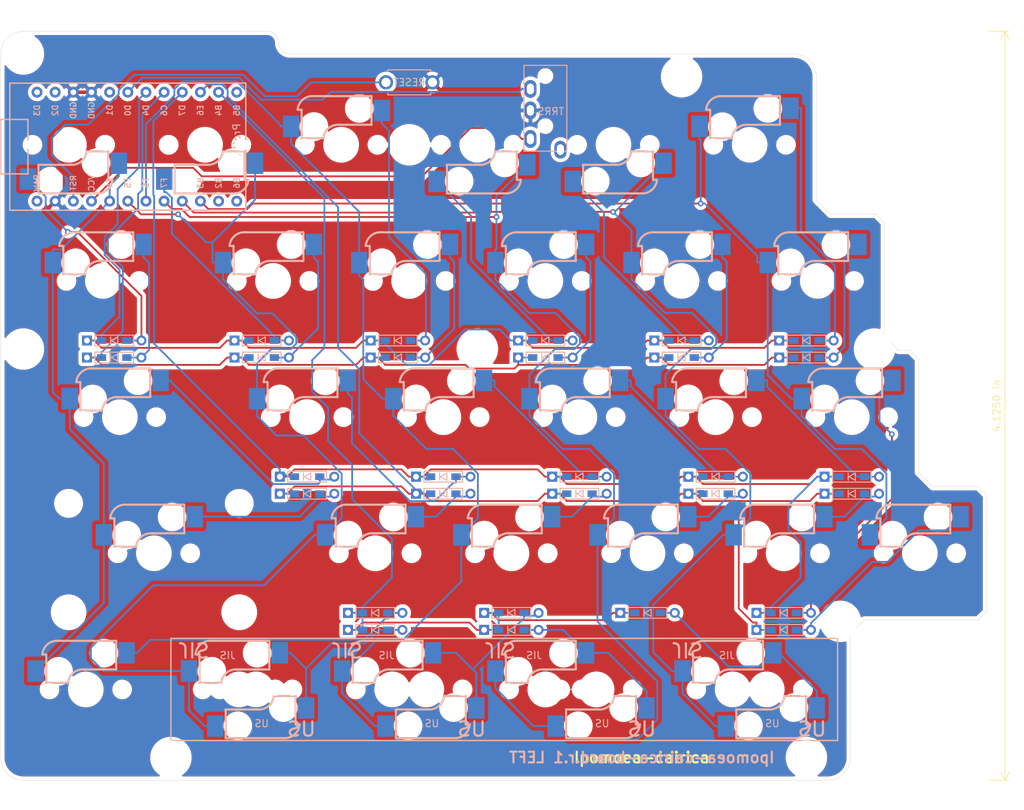
<source format=kicad_pcb>
(kicad_pcb (version 20171130) (host pcbnew "(5.1.5)-3")
  (layers (0 F.Cu signal) (31 B.Cu signal) (34 B.Paste user) (35 F.Paste user) (36 B.SilkS user) (37 F.SilkS user) (38 B.Mask user) (39 F.Mask user) (44 Edge.Cuts user))
  (net 0 "")
  (net 1 "Net-(D1-Pad2)")
  (net 2 l_row0)
  (net 3 "Net-(D2-Pad2)")
  (net 4 "Net-(D3-Pad2)")
  (net 5 "Net-(D4-Pad2)")
  (net 6 "Net-(D5-Pad2)")
  (net 7 "Net-(D6-Pad2)")
  (net 8 "Net-(D17-Pad2)")
  (net 9 l_row1)
  (net 10 "Net-(D18-Pad2)")
  (net 11 "Net-(D19-Pad2)")
  (net 12 "Net-(D20-Pad2)")
  (net 13 "Net-(D21-Pad2)")
  (net 14 "Net-(D22-Pad2)")
  (net 15 l_row2)
  (net 16 "Net-(D31-Pad2)")
  (net 17 "Net-(D32-Pad2)")
  (net 18 "Net-(D33-Pad2)")
  (net 19 "Net-(D34-Pad2)")
  (net 20 "Net-(D35-Pad2)")
  (net 21 "Net-(D36-Pad2)")
  (net 22 "Net-(D46-Pad2)")
  (net 23 l_row3)
  (net 24 "Net-(D47-Pad2)")
  (net 25 "Net-(D48-Pad2)")
  (net 26 "Net-(D49-Pad2)")
  (net 27 "Net-(D50-Pad2)")
  (net 28 "Net-(D51-Pad2)")
  (net 29 l_row4)
  (net 30 "Net-(D61-Pad2)")
  (net 31 "Net-(D62-Pad2)")
  (net 32 "Net-(D63-Pad2)")
  (net 33 "Net-(D64-Pad2)")
  (net 34 "Net-(D65-Pad2)")
  (net 35 l_data)
  (net 36 "Net-(J1-PadA)")
  (net 37 l_col0)
  (net 38 l_col1)
  (net 39 l_col2)
  (net 40 l_col3)
  (net 41 l_col4)
  (net 42 l_col5)
  (net 43 l_reset)
  (net 44 "Net-(U1-Pad5)")
  (net 45 "Net-(U1-Pad24)")
  (net 46 "Net-(U1-Pad12)")
  (net 47 "Net-(U1-Pad1)")
  (net 48 "Net-(U1-Pad13)")
  (net 49 "Net-(U1-Pad2)")
  (net 50 "Net-(U1-Pad14)")
  (net 51 l_gnd)
  (net 52 l_vcc)
  (module Ipomoea-cairica:CUT_HOLE_CENTER_LEFT (layer F.Cu) (at 141.2875 69.85)
    (fp_text reference CUT_HOLE_CENTER)
    (fp_text value CUT_HOLE_CENTER_LEFT)
    (fp_line (start -6.1495 -28.375) (end -4.9625 -27.187) (layer Edge.Cuts) (width 0.05))
    (fp_line (start -1.387 -9.325) (end -0.2 -8.137) (layer Edge.Cuts) (width 0.05))
    (fp_line (start 8.1375 28.3745) (end 9.3255 27.1875) (layer Edge.Cuts) (width 0.05))
    (fp_line (start -9.7255 30.3625) (end -7.7375 28.3745) (layer Edge.Cuts) (width 0.05))
    (fp_line (start -14.4875 -30.363) (end -12.4995 -28.375) (layer Edge.Cuts) (width 0.05))
    (fp_line (start 8.138 9.725) (end 9.325 10.913) (layer Edge.Cuts) (width 0.05))
    (fp_line (start -4.9625 -11.313) (end -2.9745 -9.325) (layer Edge.Cuts) (width 0.05))
    (fp_line (start -9.7255 30.3625) (end -9.725 47.625) (layer Edge.Cuts) (width 0.05))
    (fp_line (start 8.1375 28.3745) (end -7.7375 28.3745) (layer Edge.Cuts) (width 0.05))
    (fp_line (start 9.325 10.913) (end 9.3255 27.1875) (layer Edge.Cuts) (width 0.05))
    (fp_line (start 1.788 9.725) (end 8.138 9.725) (layer Edge.Cuts) (width 0.05))
    (fp_line (start -0.2 7.737) (end 1.788 9.725) (layer Edge.Cuts) (width 0.05))
    (fp_line (start -0.2 -8.137) (end -0.2 7.737) (layer Edge.Cuts) (width 0.05))
    (fp_line (start -2.9745 -9.325) (end -1.387 -9.325) (layer Edge.Cuts) (width 0.05))
    (fp_line (start -4.9625 -27.187) (end -4.9625 -11.313) (layer Edge.Cuts) (width 0.05))
    (fp_line (start -12.4995 -28.375) (end -6.1495 -28.375) (layer Edge.Cuts) (width 0.05))
    (fp_line (start -14.4875 -47.625) (end -14.4875 -30.363) (layer Edge.Cuts) (width 0.05))
  )
  (module Ipomoea-cairica:ProMicro (layer F.Cu) (at 31.75 32.015 90)
    (fp_text reference U1)
    (fp_text value ProMicro)
    (fp_text user ProMicro (at 0 13.97 90 unlocked) (layer B.SilkS) (effects (justify mirror)))
    (fp_text user D3 (at 5.08 -13.97 90) (layer B.SilkS) (effects (font (size 0.8 0.8)) (justify mirror)))
    (fp_text user F6 (at -5.08 1.27 90 unlocked) (layer B.SilkS) (effects (font (size 0.8 0.8)) (justify mirror)))
    (fp_text user B3 (at -5.08 8.89 90 unlocked) (layer B.SilkS) (effects (font (size 0.8 0.8)) (justify mirror)))
    (fp_text user D0 (at 5.08 -1.27 90 unlocked) (layer B.SilkS) (effects (font (size 0.8 0.8)) (justify mirror)))
    (fp_text user D7 (at 5.08 6.35 90 unlocked) (layer B.SilkS) (effects (font (size 0.8 0.8)) (justify mirror)))
    (fp_text user C6 (at 5.08 3.81 90 unlocked) (layer B.SilkS) (effects (font (size 0.8 0.8)) (justify mirror)))
    (fp_text user F7 (at -5.08 3.81 90 unlocked) (layer B.SilkS) (effects (font (size 0.8 0.8)) (justify mirror)))
    (fp_text user B5 (at 5.08 13.97 90 unlocked) (layer B.SilkS) (effects (font (size 0.8 0.8)) (justify mirror)))
    (fp_text user B6 (at -5.08 13.97 90 unlocked) (layer B.SilkS) (effects (font (size 0.8 0.8)) (justify mirror)))
    (fp_text user D1 (at 5.08 -3.81 90 unlocked) (layer B.SilkS) (effects (font (size 0.8 0.8)) (justify mirror)))
    (fp_text user F5 (at -5.08 -1.27 90 unlocked) (layer B.SilkS) (effects (font (size 0.8 0.8)) (justify mirror)))
    (fp_text user B4 (at 5.08 11.43 90 unlocked) (layer B.SilkS) (effects (font (size 0.8 0.8)) (justify mirror)))
    (fp_text user F4 (at -5.08 -3.81 90 unlocked) (layer B.SilkS) (effects (font (size 0.8 0.8)) (justify mirror)))
    (fp_text user RST (at -5.08 -8.89 90 unlocked) (layer B.SilkS) (effects (font (size 0.8 0.8)) (justify mirror)))
    (fp_text user VCC (at -5.08 -6.35 90 unlocked) (layer B.SilkS) (effects (font (size 0.8 0.8)) (justify mirror)))
    (fp_text user GND (at 5.08 -8.89 90 unlocked) (layer B.SilkS) (effects (font (size 0.8 0.8)) (justify mirror)))
    (fp_text user GND (at 5.08 -6.35 90 unlocked) (layer B.SilkS) (effects (font (size 0.8 0.8)) (justify mirror)))
    (fp_text user E6 (at 5.08 8.89 90 unlocked) (layer B.SilkS) (effects (font (size 0.8 0.8)) (justify mirror)))
    (fp_text user D2 (at 5.08 -11.43 90 unlocked) (layer B.SilkS) (effects (font (size 0.8 0.8)) (justify mirror)))
    (fp_text user GND (at 5.08 -8.89 90 unlocked) (layer B.SilkS) (effects (font (size 0.8 0.8)) (justify mirror)))
    (fp_text user D4 (at 5.08 1.27 90 unlocked) (layer B.SilkS) (effects (font (size 0.8 0.8)) (justify mirror)))
    (fp_text user B2 (at -5.08 11.43 90 unlocked) (layer B.SilkS) (effects (font (size 0.8 0.8)) (justify mirror)))
    (fp_text user RAW (at -5.08 -13.97 90 unlocked) (layer B.SilkS) (effects (font (size 0.8 0.8)) (justify mirror)))
    (fp_text user B1 (at -5.08 6.35 90) (layer B.SilkS) (effects (font (size 0.8 0.8)) (justify mirror)))
    (pad 14 thru_hole circle (at -7.62 11.43) (size 1.524 1.524) (drill 0.8) (layers *.Cu *.Mask) (net 50 "Net-(U1-Pad14)"))
    (pad 4 thru_hole circle (at 7.62 -6.35) (size 1.524 1.524) (drill 0.8) (layers *.Cu *.Mask) (net 51 l_gnd))
    (pad 11 thru_hole circle (at 7.62 11.43) (size 1.524 1.524) (drill 0.8) (layers *.Cu *.Mask) (net 29 l_row4))
    (pad 20 thru_hole circle (at -7.62 -3.81) (size 1.524 1.524) (drill 0.8) (layers *.Cu *.Mask) (net 37 l_col0))
    (pad 10 thru_hole circle (at 7.62 8.89) (size 1.524 1.524) (drill 0.8) (layers *.Cu *.Mask) (net 23 l_row3))
    (pad 2 thru_hole circle (at 7.62 -11.43) (size 1.524 1.524) (drill 0.8) (layers *.Cu *.Mask) (net 49 "Net-(U1-Pad2)"))
    (pad 9 thru_hole circle (at 7.62 6.35) (size 1.524 1.524) (drill 0.8) (layers *.Cu *.Mask) (net 15 l_row2))
    (pad 18 thru_hole circle (at -7.62 1.27) (size 1.524 1.524) (drill 0.8) (layers *.Cu *.Mask) (net 39 l_col2))
    (pad 16 thru_hole circle (at -7.62 6.35) (size 1.524 1.524) (drill 0.8) (layers *.Cu *.Mask) (net 41 l_col4))
    (pad 3 thru_hole circle (at 7.62 -8.89) (size 1.524 1.524) (drill 0.8) (layers *.Cu *.Mask) (net 51 l_gnd))
    (pad 13 thru_hole circle (at -7.62 13.97) (size 1.524 1.524) (drill 0.8) (layers *.Cu *.Mask) (net 48 "Net-(U1-Pad13)"))
    (pad 23 thru_hole circle (at -7.62 -11.43) (size 1.524 1.524) (drill 0.8) (layers *.Cu *.Mask) (net 51 l_gnd))
    (pad 1 thru_hole circle (at 7.62 -13.97) (size 1.524 1.524) (drill 0.8) (layers *.Cu *.Mask) (net 47 "Net-(U1-Pad1)"))
    (pad 6 thru_hole circle (at 7.62 -1.27) (size 1.524 1.524) (drill 0.8) (layers *.Cu *.Mask) (net 35 l_data))
    (pad 17 thru_hole circle (at -7.62 3.81) (size 1.524 1.524) (drill 0.8) (layers *.Cu *.Mask) (net 40 l_col3))
    (pad 15 thru_hole circle (at -7.62 8.89) (size 1.524 1.524) (drill 0.8) (layers *.Cu *.Mask) (net 42 l_col5))
    (pad 8 thru_hole circle (at 7.62 3.81) (size 1.524 1.524) (drill 0.8) (layers *.Cu *.Mask) (net 9 l_row1))
    (pad 12 thru_hole circle (at 7.62 13.97) (size 1.524 1.524) (drill 0.8) (layers *.Cu *.Mask) (net 46 "Net-(U1-Pad12)"))
    (pad 24 thru_hole circle (at -7.62 -13.97) (size 1.524 1.524) (drill 0.8) (layers *.Cu *.Mask) (net 45 "Net-(U1-Pad24)"))
    (pad 21 thru_hole circle (at -7.62 -6.35) (size 1.524 1.524) (drill 0.8) (layers *.Cu *.Mask) (net 52 l_vcc))
    (pad 7 thru_hole circle (at 7.62 1.27) (size 1.524 1.524) (drill 0.8) (layers *.Cu *.Mask) (net 2 l_row0))
    (pad 19 thru_hole circle (at -7.62 -1.27) (size 1.524 1.524) (drill 0.8) (layers *.Cu *.Mask) (net 38 l_col1))
    (pad 5 thru_hole circle (at 7.62 -3.81) (size 1.524 1.524) (drill 0.8) (layers *.Cu *.Mask) (net 44 "Net-(U1-Pad5)"))
    (pad 22 thru_hole circle (at -7.62 -8.89) (size 1.524 1.524) (drill 0.8) (layers *.Cu *.Mask) (net 43 l_reset))
  )
  (module Ipomoea-cairica:CherryMX-Hotswap_1u_ProMicro (layer F.Cu) (at 22.225 31.75 180)
    (fp_text reference SW1)
    (fp_text value SW_PUSH)
    (pad 1 smd rect (at -7 -2.58) (size 2.3 3) (layers B.Cu B.Paste B.Mask) (net 37 l_col0))
    (pad "" np_thru_hole circle (at 0 0 180) (size 3.9878 3.9878) (drill 3.9878) (layers *.Cu *.Mask))
    (pad "" np_thru_hole circle (at -5.08 0 228.0996) (size 1.75 1.75) (drill 1.75) (layers *.Cu *.Mask))
    (pad "" np_thru_hole circle (at 5.08 0 228.0996) (size 1.75 1.75) (drill 1.75) (layers *.Cu *.Mask))
    (pad "" np_thru_hole circle (at -3.81 -2.54) (size 3 3) (drill 3) (layers *.Cu *.Mask))
    (pad 2 smd rect (at 5.7 -4.8) (size 2.3 3) (layers B.Cu B.Paste B.Mask) (net 1 "Net-(D1-Pad2)"))
    (pad "" np_thru_hole circle (at 2.54 -5.08) (size 3 3) (drill 3) (layers *.Cu *.Mask))
  )
  (module Ipomoea-cairica:CherryMX-Hotswap_1u_ProMicro (layer F.Cu) (at 41.275 31.75 180)
    (fp_text reference SW2)
    (fp_text value SW_PUSH)
    (pad 1 smd rect (at -7 -2.58) (size 2.3 3) (layers B.Cu B.Paste B.Mask) (net 38 l_col1))
    (pad "" np_thru_hole circle (at 0 0 180) (size 3.9878 3.9878) (drill 3.9878) (layers *.Cu *.Mask))
    (pad "" np_thru_hole circle (at -5.08 0 228.0996) (size 1.75 1.75) (drill 1.75) (layers *.Cu *.Mask))
    (pad "" np_thru_hole circle (at 5.08 0 228.0996) (size 1.75 1.75) (drill 1.75) (layers *.Cu *.Mask))
    (pad "" np_thru_hole circle (at -3.81 -2.54) (size 3 3) (drill 3) (layers *.Cu *.Mask))
    (pad 2 smd rect (at 5.7 -4.8) (size 2.3 3) (layers B.Cu B.Paste B.Mask) (net 3 "Net-(D2-Pad2)"))
    (pad "" np_thru_hole circle (at 2.54 -5.08) (size 3 3) (drill 3) (layers *.Cu *.Mask))
  )
  (module Ipomoea-cairica:CherryMX-Hotswap_1u_ProMicro (layer F.Cu) (at 60.325 31.75)
    (fp_text reference SW3)
    (fp_text value SW_PUSH)
    (pad 1 smd rect (at -7 -2.58 180) (size 2.3 3) (layers B.Cu B.Paste B.Mask) (net 39 l_col2))
    (pad "" np_thru_hole circle (at 0 0) (size 3.9878 3.9878) (drill 3.9878) (layers *.Cu *.Mask))
    (pad "" np_thru_hole circle (at -5.08 0 48.0996) (size 1.75 1.75) (drill 1.75) (layers *.Cu *.Mask))
    (pad "" np_thru_hole circle (at 5.08 0 48.0996) (size 1.75 1.75) (drill 1.75) (layers *.Cu *.Mask))
    (pad "" np_thru_hole circle (at -3.81 -2.54 180) (size 3 3) (drill 3) (layers *.Cu *.Mask))
    (pad 2 smd rect (at 5.7 -4.8 180) (size 2.3 3) (layers B.Cu B.Paste B.Mask) (net 4 "Net-(D3-Pad2)"))
    (pad "" np_thru_hole circle (at 2.54 -5.08 180) (size 3 3) (drill 3) (layers *.Cu *.Mask))
  )
  (module Ipomoea-cairica:M2_SPACER_HOLE (layer F.Cu) (at 125.412 117.475)
    (fp_text reference M2_SPACER_HOLE_001 hide)
    (fp_text value Val** hide)
    (pad "" np_thru_hole circle (at 0 0) (size 4.8 4.8) (drill 4.8) (layers *.Cu *.Mask))
  )
  (module Ipomoea-cairica:M2_SPACER_HOLE (layer F.Cu) (at 69.85 31.75)
    (fp_text reference M2_SPACER_HOLE_005 hide)
    (fp_text value Val** hide)
    (pad "" np_thru_hole circle (at 0 0) (size 4.8 4.8) (drill 4.8) (layers *.Cu *.Mask))
  )
  (module Ipomoea-cairica:M2_SPACER_HOLE (layer F.Cu) (at 107.95 22.225)
    (fp_text reference M2_SPACER_HOLE_006 hide)
    (fp_text value Val** hide)
    (pad "" np_thru_hole circle (at 0 0) (size 4.8 4.8) (drill 4.8) (layers *.Cu *.Mask))
  )
  (module Ipomoea-cairica:M2_SPACER_HOLE (layer F.Cu) (at 36.5125 117.475)
    (fp_text reference M2_SPACER_HOLE_008 hide)
    (fp_text value Val** hide)
    (pad "" np_thru_hole circle (at 0 0) (size 4.8 4.8) (drill 4.8) (layers *.Cu *.Mask))
  )
  (module Ipomoea-cairica:M2_SPACER_HOLE (layer F.Cu) (at 15.875 19.05)
    (fp_text reference M2_SPACER_HOLE_014 hide)
    (fp_text value Val** hide)
    (pad "" np_thru_hole circle (at 0 0) (size 4.8 4.8) (drill 4.8) (layers *.Cu *.Mask))
  )
  (module Ipomoea-cairica:M2_SPACER_HOLE (layer F.Cu) (at 15.875 60.325)
    (fp_text reference M2_SPACER_HOLE_015 hide)
    (fp_text value Val** hide)
    (pad "" np_thru_hole circle (at 0 0) (size 4.8 4.8) (drill 4.8) (layers *.Cu *.Mask))
  )
  (module Ipomoea-cairica:M2_SPACER_HOLE (layer F.Cu) (at 79.375 60.325)
    (fp_text reference M2_SPACER_HOLE_016 hide)
    (fp_text value Val** hide)
    (pad "" np_thru_hole circle (at 0 0) (size 4.8 4.8) (drill 4.8) (layers *.Cu *.Mask))
  )
  (module Ipomoea-cairica:M2_SPACER_HOLE (layer F.Cu) (at 134.938 60.325)
    (fp_text reference M2_SPACER_HOLE_018 hide)
    (fp_text value Val** hide)
    (pad "" np_thru_hole circle (at 0 0) (size 4.8 4.8) (drill 4.8) (layers *.Cu *.Mask))
  )
  (module Ipomoea-cairica:M2_SPACER_HOLE (layer F.Cu) (at 130.175 98.425)
    (fp_text reference M2_SPACER_HOLE_020 hide)
    (fp_text value Val** hide)
    (pad "" np_thru_hole circle (at 0 0) (size 4.8 4.8) (drill 4.8) (layers *.Cu *.Mask))
  )
  (module Ipomoea-cairica:CherryMX-Hotswap_1u (layer F.Cu) (at 88.9 107.95)
    (fp_text reference SW66)
    (fp_text value SW_PUSH)
    (pad 1 smd rect (at -7 -2.58 180) (size 2.3 3) (layers B.Cu B.Paste B.Mask) (net 40 l_col3))
    (pad "" np_thru_hole circle (at 2.54 -5.08 180) (size 3 3) (drill 3) (layers *.Cu *.Mask))
    (pad 2 smd rect (at 5.7 -5.12 180) (size 2.3 3) (layers B.Cu B.Paste B.Mask) (net 33 "Net-(D64-Pad2)"))
    (pad "" np_thru_hole circle (at -3.81 -2.54 180) (size 3 3) (drill 3) (layers *.Cu *.Mask))
    (pad "" np_thru_hole circle (at 5.08 0 48.0996) (size 1.75 1.75) (drill 1.75) (layers *.Cu *.Mask))
    (pad "" np_thru_hole circle (at -5.08 0 48.0996) (size 1.75 1.75) (drill 1.75) (layers *.Cu *.Mask))
    (pad "" np_thru_hole circle (at 0 0) (size 3.9878 3.9878) (drill 3.9878) (layers *.Cu *.Mask))
  )
  (module Ipomoea-cairica:CherryMX-Hotswap_1u (layer F.Cu) (at 46.0375 107.95)
    (fp_text reference SW64)
    (fp_text value SW_PUSH)
    (pad 1 smd rect (at -7 -2.58 180) (size 2.3 3) (layers B.Cu B.Paste B.Mask) (net 38 l_col1))
    (pad "" np_thru_hole circle (at 2.54 -5.08 180) (size 3 3) (drill 3) (layers *.Cu *.Mask))
    (pad 2 smd rect (at 5.7 -5.12 180) (size 2.3 3) (layers B.Cu B.Paste B.Mask) (net 31 "Net-(D62-Pad2)"))
    (pad "" np_thru_hole circle (at -3.81 -2.54 180) (size 3 3) (drill 3) (layers *.Cu *.Mask))
    (pad "" np_thru_hole circle (at 5.08 0 48.0996) (size 1.75 1.75) (drill 1.75) (layers *.Cu *.Mask))
    (pad "" np_thru_hole circle (at -5.08 0 48.0996) (size 1.75 1.75) (drill 1.75) (layers *.Cu *.Mask))
    (pad "" np_thru_hole circle (at 0 0) (size 3.9878 3.9878) (drill 3.9878) (layers *.Cu *.Mask))
  )
  (module Ipomoea-cairica:D3_TH_SMD (layer F.Cu) (at 28.575 59.1342)
    (fp_text reference D1 hide)
    (fp_text value D hide)
    (pad 2 thru_hole circle (at 3.81 0) (size 1.397 1.397) (drill 0.8128) (layers *.Cu *.Mask) (net 1 "Net-(D1-Pad2)"))
    (pad 1 thru_hole rect (at -3.81 0) (size 1.397 1.397) (drill 0.8128) (layers *.Cu *.Mask) (net 2 l_row0))
    (pad 1 smd rect (at -1.775 0) (size 1.3 0.95) (layers B.Cu B.Paste B.Mask) (net 2 l_row0))
    (pad 2 smd rect (at 1.775 0) (size 1.3 0.95) (layers B.Cu B.Paste B.Mask) (net 1 "Net-(D1-Pad2)"))
  )
  (module Ipomoea-cairica:D3_TH_SMD (layer F.Cu) (at 49.2125 59.1342)
    (fp_text reference D2 hide)
    (fp_text value D hide)
    (pad 2 thru_hole circle (at 3.81 0) (size 1.397 1.397) (drill 0.8128) (layers *.Cu *.Mask) (net 3 "Net-(D2-Pad2)"))
    (pad 1 thru_hole rect (at -3.81 0) (size 1.397 1.397) (drill 0.8128) (layers *.Cu *.Mask) (net 2 l_row0))
    (pad 1 smd rect (at -1.775 0) (size 1.3 0.95) (layers B.Cu B.Paste B.Mask) (net 2 l_row0))
    (pad 2 smd rect (at 1.775 0) (size 1.3 0.95) (layers B.Cu B.Paste B.Mask) (net 3 "Net-(D2-Pad2)"))
  )
  (module Ipomoea-cairica:D3_TH_SMD (layer F.Cu) (at 68.2625 59.1342)
    (fp_text reference D3 hide)
    (fp_text value D hide)
    (pad 2 thru_hole circle (at 3.81 0) (size 1.397 1.397) (drill 0.8128) (layers *.Cu *.Mask) (net 4 "Net-(D3-Pad2)"))
    (pad 1 thru_hole rect (at -3.81 0) (size 1.397 1.397) (drill 0.8128) (layers *.Cu *.Mask) (net 2 l_row0))
    (pad 1 smd rect (at -1.775 0) (size 1.3 0.95) (layers B.Cu B.Paste B.Mask) (net 2 l_row0))
    (pad 2 smd rect (at 1.775 0) (size 1.3 0.95) (layers B.Cu B.Paste B.Mask) (net 4 "Net-(D3-Pad2)"))
  )
  (module Ipomoea-cairica:D3_TH_SMD (layer F.Cu) (at 88.9 59.1342)
    (fp_text reference D4 hide)
    (fp_text value D hide)
    (pad 2 thru_hole circle (at 3.81 0) (size 1.397 1.397) (drill 0.8128) (layers *.Cu *.Mask) (net 5 "Net-(D4-Pad2)"))
    (pad 1 thru_hole rect (at -3.81 0) (size 1.397 1.397) (drill 0.8128) (layers *.Cu *.Mask) (net 2 l_row0))
    (pad 1 smd rect (at -1.775 0) (size 1.3 0.95) (layers B.Cu B.Paste B.Mask) (net 2 l_row0))
    (pad 2 smd rect (at 1.775 0) (size 1.3 0.95) (layers B.Cu B.Paste B.Mask) (net 5 "Net-(D4-Pad2)"))
  )
  (module Ipomoea-cairica:D3_TH_SMD (layer F.Cu) (at 107.95 59.1342)
    (fp_text reference D5 hide)
    (fp_text value D hide)
    (pad 2 thru_hole circle (at 3.81 0) (size 1.397 1.397) (drill 0.8128) (layers *.Cu *.Mask) (net 6 "Net-(D5-Pad2)"))
    (pad 1 thru_hole rect (at -3.81 0) (size 1.397 1.397) (drill 0.8128) (layers *.Cu *.Mask) (net 2 l_row0))
    (pad 1 smd rect (at -1.775 0) (size 1.3 0.95) (layers B.Cu B.Paste B.Mask) (net 2 l_row0))
    (pad 2 smd rect (at 1.775 0) (size 1.3 0.95) (layers B.Cu B.Paste B.Mask) (net 6 "Net-(D5-Pad2)"))
  )
  (module Ipomoea-cairica:D3_TH_SMD (layer F.Cu) (at 125.412 59.1342)
    (fp_text reference D6 hide)
    (fp_text value D hide)
    (pad 2 thru_hole circle (at 3.81 0) (size 1.397 1.397) (drill 0.8128) (layers *.Cu *.Mask) (net 7 "Net-(D6-Pad2)"))
    (pad 1 thru_hole rect (at -3.81 0) (size 1.397 1.397) (drill 0.8128) (layers *.Cu *.Mask) (net 2 l_row0))
    (pad 1 smd rect (at -1.775 0) (size 1.3 0.95) (layers B.Cu B.Paste B.Mask) (net 2 l_row0))
    (pad 2 smd rect (at 1.775 0) (size 1.3 0.95) (layers B.Cu B.Paste B.Mask) (net 7 "Net-(D6-Pad2)"))
  )
  (module Ipomoea-cairica:D3_TH_SMD (layer F.Cu) (at 28.575 61.5155)
    (fp_text reference D17 hide)
    (fp_text value D hide)
    (pad 2 thru_hole circle (at 3.81 0) (size 1.397 1.397) (drill 0.8128) (layers *.Cu *.Mask) (net 8 "Net-(D17-Pad2)"))
    (pad 1 thru_hole rect (at -3.81 0) (size 1.397 1.397) (drill 0.8128) (layers *.Cu *.Mask) (net 9 l_row1))
    (pad 1 smd rect (at -1.775 0) (size 1.3 0.95) (layers B.Cu B.Paste B.Mask) (net 9 l_row1))
    (pad 2 smd rect (at 1.775 0) (size 1.3 0.95) (layers B.Cu B.Paste B.Mask) (net 8 "Net-(D17-Pad2)"))
  )
  (module Ipomoea-cairica:D3_TH_SMD (layer F.Cu) (at 49.2125 61.5155)
    (fp_text reference D18 hide)
    (fp_text value D hide)
    (pad 2 thru_hole circle (at 3.81 0) (size 1.397 1.397) (drill 0.8128) (layers *.Cu *.Mask) (net 10 "Net-(D18-Pad2)"))
    (pad 1 thru_hole rect (at -3.81 0) (size 1.397 1.397) (drill 0.8128) (layers *.Cu *.Mask) (net 9 l_row1))
    (pad 1 smd rect (at -1.775 0) (size 1.3 0.95) (layers B.Cu B.Paste B.Mask) (net 9 l_row1))
    (pad 2 smd rect (at 1.775 0) (size 1.3 0.95) (layers B.Cu B.Paste B.Mask) (net 10 "Net-(D18-Pad2)"))
  )
  (module Ipomoea-cairica:D3_TH_SMD (layer F.Cu) (at 68.2625 61.5155)
    (fp_text reference D19 hide)
    (fp_text value D hide)
    (pad 2 thru_hole circle (at 3.81 0) (size 1.397 1.397) (drill 0.8128) (layers *.Cu *.Mask) (net 11 "Net-(D19-Pad2)"))
    (pad 1 thru_hole rect (at -3.81 0) (size 1.397 1.397) (drill 0.8128) (layers *.Cu *.Mask) (net 9 l_row1))
    (pad 1 smd rect (at -1.775 0) (size 1.3 0.95) (layers B.Cu B.Paste B.Mask) (net 9 l_row1))
    (pad 2 smd rect (at 1.775 0) (size 1.3 0.95) (layers B.Cu B.Paste B.Mask) (net 11 "Net-(D19-Pad2)"))
  )
  (module Ipomoea-cairica:D3_TH_SMD (layer F.Cu) (at 88.9 61.5155)
    (fp_text reference D20 hide)
    (fp_text value D hide)
    (pad 2 thru_hole circle (at 3.81 0) (size 1.397 1.397) (drill 0.8128) (layers *.Cu *.Mask) (net 12 "Net-(D20-Pad2)"))
    (pad 1 thru_hole rect (at -3.81 0) (size 1.397 1.397) (drill 0.8128) (layers *.Cu *.Mask) (net 9 l_row1))
    (pad 1 smd rect (at -1.775 0) (size 1.3 0.95) (layers B.Cu B.Paste B.Mask) (net 9 l_row1))
    (pad 2 smd rect (at 1.775 0) (size 1.3 0.95) (layers B.Cu B.Paste B.Mask) (net 12 "Net-(D20-Pad2)"))
  )
  (module Ipomoea-cairica:D3_TH_SMD (layer F.Cu) (at 107.95 61.5155)
    (fp_text reference D21 hide)
    (fp_text value D hide)
    (pad 2 thru_hole circle (at 3.81 0) (size 1.397 1.397) (drill 0.8128) (layers *.Cu *.Mask) (net 13 "Net-(D21-Pad2)"))
    (pad 1 thru_hole rect (at -3.81 0) (size 1.397 1.397) (drill 0.8128) (layers *.Cu *.Mask) (net 9 l_row1))
    (pad 1 smd rect (at -1.775 0) (size 1.3 0.95) (layers B.Cu B.Paste B.Mask) (net 9 l_row1))
    (pad 2 smd rect (at 1.775 0) (size 1.3 0.95) (layers B.Cu B.Paste B.Mask) (net 13 "Net-(D21-Pad2)"))
  )
  (module Ipomoea-cairica:D3_TH_SMD (layer F.Cu) (at 125.412 61.5155)
    (fp_text reference D22 hide)
    (fp_text value D hide)
    (pad 2 thru_hole circle (at 3.81 0) (size 1.397 1.397) (drill 0.8128) (layers *.Cu *.Mask) (net 14 "Net-(D22-Pad2)"))
    (pad 1 thru_hole rect (at -3.81 0) (size 1.397 1.397) (drill 0.8128) (layers *.Cu *.Mask) (net 9 l_row1))
    (pad 1 smd rect (at -1.775 0) (size 1.3 0.95) (layers B.Cu B.Paste B.Mask) (net 9 l_row1))
    (pad 2 smd rect (at 1.775 0) (size 1.3 0.95) (layers B.Cu B.Paste B.Mask) (net 14 "Net-(D22-Pad2)"))
  )
  (module Ipomoea-cairica:D3_TH_SMD (layer F.Cu) (at 55.5625 78.1842)
    (fp_text reference D31 hide)
    (fp_text value D hide)
    (pad 2 thru_hole circle (at 3.81 0) (size 1.397 1.397) (drill 0.8128) (layers *.Cu *.Mask) (net 16 "Net-(D31-Pad2)"))
    (pad 1 thru_hole rect (at -3.81 0) (size 1.397 1.397) (drill 0.8128) (layers *.Cu *.Mask) (net 15 l_row2))
    (pad 1 smd rect (at -1.775 0) (size 1.3 0.95) (layers B.Cu B.Paste B.Mask) (net 15 l_row2))
    (pad 2 smd rect (at 1.775 0) (size 1.3 0.95) (layers B.Cu B.Paste B.Mask) (net 16 "Net-(D31-Pad2)"))
  )
  (module Ipomoea-cairica:D3_TH_SMD (layer F.Cu) (at 74.6125 78.1842)
    (fp_text reference D32 hide)
    (fp_text value D hide)
    (pad 2 thru_hole circle (at 3.81 0) (size 1.397 1.397) (drill 0.8128) (layers *.Cu *.Mask) (net 17 "Net-(D32-Pad2)"))
    (pad 1 thru_hole rect (at -3.81 0) (size 1.397 1.397) (drill 0.8128) (layers *.Cu *.Mask) (net 15 l_row2))
    (pad 1 smd rect (at -1.775 0) (size 1.3 0.95) (layers B.Cu B.Paste B.Mask) (net 15 l_row2))
    (pad 2 smd rect (at 1.775 0) (size 1.3 0.95) (layers B.Cu B.Paste B.Mask) (net 17 "Net-(D32-Pad2)"))
  )
  (module Ipomoea-cairica:D3_TH_SMD (layer F.Cu) (at 93.662 78.1842)
    (fp_text reference D33 hide)
    (fp_text value D hide)
    (pad 2 thru_hole circle (at 3.81 0) (size 1.397 1.397) (drill 0.8128) (layers *.Cu *.Mask) (net 18 "Net-(D33-Pad2)"))
    (pad 1 thru_hole rect (at -3.81 0) (size 1.397 1.397) (drill 0.8128) (layers *.Cu *.Mask) (net 15 l_row2))
    (pad 1 smd rect (at -1.775 0) (size 1.3 0.95) (layers B.Cu B.Paste B.Mask) (net 15 l_row2))
    (pad 2 smd rect (at 1.775 0) (size 1.3 0.95) (layers B.Cu B.Paste B.Mask) (net 18 "Net-(D33-Pad2)"))
  )
  (module Ipomoea-cairica:D3_TH_SMD (layer F.Cu) (at 112.712 78.1842)
    (fp_text reference D34 hide)
    (fp_text value D hide)
    (pad 2 thru_hole circle (at 3.81 0) (size 1.397 1.397) (drill 0.8128) (layers *.Cu *.Mask) (net 19 "Net-(D34-Pad2)"))
    (pad 1 thru_hole rect (at -3.81 0) (size 1.397 1.397) (drill 0.8128) (layers *.Cu *.Mask) (net 15 l_row2))
    (pad 1 smd rect (at -1.775 0) (size 1.3 0.95) (layers B.Cu B.Paste B.Mask) (net 15 l_row2))
    (pad 2 smd rect (at 1.775 0) (size 1.3 0.95) (layers B.Cu B.Paste B.Mask) (net 19 "Net-(D34-Pad2)"))
  )
  (module Ipomoea-cairica:D3_TH_SMD (layer F.Cu) (at 131.762 78.1842)
    (fp_text reference D35 hide)
    (fp_text value D hide)
    (pad 2 thru_hole circle (at 3.81 0) (size 1.397 1.397) (drill 0.8128) (layers *.Cu *.Mask) (net 20 "Net-(D35-Pad2)"))
    (pad 1 thru_hole rect (at -3.81 0) (size 1.397 1.397) (drill 0.8128) (layers *.Cu *.Mask) (net 15 l_row2))
    (pad 1 smd rect (at -1.775 0) (size 1.3 0.95) (layers B.Cu B.Paste B.Mask) (net 15 l_row2))
    (pad 2 smd rect (at 1.775 0) (size 1.3 0.95) (layers B.Cu B.Paste B.Mask) (net 20 "Net-(D35-Pad2)"))
  )
  (module Ipomoea-cairica:D3_TH_SMD (layer F.Cu) (at 122.238 97.2342)
    (fp_text reference D36 hide)
    (fp_text value D hide)
    (pad 2 thru_hole circle (at 3.81 0) (size 1.397 1.397) (drill 0.8128) (layers *.Cu *.Mask) (net 21 "Net-(D36-Pad2)"))
    (pad 1 thru_hole rect (at -3.81 0) (size 1.397 1.397) (drill 0.8128) (layers *.Cu *.Mask) (net 15 l_row2))
    (pad 1 smd rect (at -1.775 0) (size 1.3 0.95) (layers B.Cu B.Paste B.Mask) (net 15 l_row2))
    (pad 2 smd rect (at 1.775 0) (size 1.3 0.95) (layers B.Cu B.Paste B.Mask) (net 21 "Net-(D36-Pad2)"))
  )
  (module Ipomoea-cairica:D3_TH_SMD (layer F.Cu) (at 55.5625 80.5655)
    (fp_text reference D46 hide)
    (fp_text value D hide)
    (pad 2 thru_hole circle (at 3.81 0) (size 1.397 1.397) (drill 0.8128) (layers *.Cu *.Mask) (net 22 "Net-(D46-Pad2)"))
    (pad 1 thru_hole rect (at -3.81 0) (size 1.397 1.397) (drill 0.8128) (layers *.Cu *.Mask) (net 23 l_row3))
    (pad 1 smd rect (at -1.775 0) (size 1.3 0.95) (layers B.Cu B.Paste B.Mask) (net 23 l_row3))
    (pad 2 smd rect (at 1.775 0) (size 1.3 0.95) (layers B.Cu B.Paste B.Mask) (net 22 "Net-(D46-Pad2)"))
  )
  (module Ipomoea-cairica:D3_TH_SMD (layer F.Cu) (at 74.6125 80.5655)
    (fp_text reference D47 hide)
    (fp_text value D hide)
    (pad 2 thru_hole circle (at 3.81 0) (size 1.397 1.397) (drill 0.8128) (layers *.Cu *.Mask) (net 24 "Net-(D47-Pad2)"))
    (pad 1 thru_hole rect (at -3.81 0) (size 1.397 1.397) (drill 0.8128) (layers *.Cu *.Mask) (net 23 l_row3))
    (pad 1 smd rect (at -1.775 0) (size 1.3 0.95) (layers B.Cu B.Paste B.Mask) (net 23 l_row3))
    (pad 2 smd rect (at 1.775 0) (size 1.3 0.95) (layers B.Cu B.Paste B.Mask) (net 24 "Net-(D47-Pad2)"))
  )
  (module Ipomoea-cairica:D3_TH_SMD (layer F.Cu) (at 93.662 80.5655)
    (fp_text reference D48 hide)
    (fp_text value D hide)
    (pad 2 thru_hole circle (at 3.81 0) (size 1.397 1.397) (drill 0.8128) (layers *.Cu *.Mask) (net 25 "Net-(D48-Pad2)"))
    (pad 1 thru_hole rect (at -3.81 0) (size 1.397 1.397) (drill 0.8128) (layers *.Cu *.Mask) (net 23 l_row3))
    (pad 1 smd rect (at -1.775 0) (size 1.3 0.95) (layers B.Cu B.Paste B.Mask) (net 23 l_row3))
    (pad 2 smd rect (at 1.775 0) (size 1.3 0.95) (layers B.Cu B.Paste B.Mask) (net 25 "Net-(D48-Pad2)"))
  )
  (module Ipomoea-cairica:D3_TH_SMD (layer F.Cu) (at 112.712 80.5655)
    (fp_text reference D49 hide)
    (fp_text value D hide)
    (pad 2 thru_hole circle (at 3.81 0) (size 1.397 1.397) (drill 0.8128) (layers *.Cu *.Mask) (net 26 "Net-(D49-Pad2)"))
    (pad 1 thru_hole rect (at -3.81 0) (size 1.397 1.397) (drill 0.8128) (layers *.Cu *.Mask) (net 23 l_row3))
    (pad 1 smd rect (at -1.775 0) (size 1.3 0.95) (layers B.Cu B.Paste B.Mask) (net 23 l_row3))
    (pad 2 smd rect (at 1.775 0) (size 1.3 0.95) (layers B.Cu B.Paste B.Mask) (net 26 "Net-(D49-Pad2)"))
  )
  (module Ipomoea-cairica:D3_TH_SMD (layer F.Cu) (at 131.762 80.5655)
    (fp_text reference D50 hide)
    (fp_text value D hide)
    (pad 2 thru_hole circle (at 3.81 0) (size 1.397 1.397) (drill 0.8128) (layers *.Cu *.Mask) (net 27 "Net-(D50-Pad2)"))
    (pad 1 thru_hole rect (at -3.81 0) (size 1.397 1.397) (drill 0.8128) (layers *.Cu *.Mask) (net 23 l_row3))
    (pad 1 smd rect (at -1.775 0) (size 1.3 0.95) (layers B.Cu B.Paste B.Mask) (net 23 l_row3))
    (pad 2 smd rect (at 1.775 0) (size 1.3 0.95) (layers B.Cu B.Paste B.Mask) (net 27 "Net-(D50-Pad2)"))
  )
  (module Ipomoea-cairica:D3_TH_SMD (layer F.Cu) (at 122.238 99.6155)
    (fp_text reference D51 hide)
    (fp_text value D hide)
    (pad 2 thru_hole circle (at 3.81 0) (size 1.397 1.397) (drill 0.8128) (layers *.Cu *.Mask) (net 28 "Net-(D51-Pad2)"))
    (pad 1 thru_hole rect (at -3.81 0) (size 1.397 1.397) (drill 0.8128) (layers *.Cu *.Mask) (net 23 l_row3))
    (pad 1 smd rect (at -1.775 0) (size 1.3 0.95) (layers B.Cu B.Paste B.Mask) (net 23 l_row3))
    (pad 2 smd rect (at 1.775 0) (size 1.3 0.95) (layers B.Cu B.Paste B.Mask) (net 28 "Net-(D51-Pad2)"))
  )
  (module Ipomoea-cairica:D3_TH_SMD (layer F.Cu) (at 65.0875 97.2342)
    (fp_text reference D61 hide)
    (fp_text value D hide)
    (pad 2 thru_hole circle (at 3.81 0) (size 1.397 1.397) (drill 0.8128) (layers *.Cu *.Mask) (net 30 "Net-(D61-Pad2)"))
    (pad 1 thru_hole rect (at -3.81 0) (size 1.397 1.397) (drill 0.8128) (layers *.Cu *.Mask) (net 29 l_row4))
    (pad 1 smd rect (at -1.775 0) (size 1.3 0.95) (layers B.Cu B.Paste B.Mask) (net 29 l_row4))
    (pad 2 smd rect (at 1.775 0) (size 1.3 0.95) (layers B.Cu B.Paste B.Mask) (net 30 "Net-(D61-Pad2)"))
  )
  (module Ipomoea-cairica:D3_TH_SMD (layer F.Cu) (at 65.0875 99.6155)
    (fp_text reference D62 hide)
    (fp_text value D hide)
    (pad 2 thru_hole circle (at 3.81 0) (size 1.397 1.397) (drill 0.8128) (layers *.Cu *.Mask) (net 31 "Net-(D62-Pad2)"))
    (pad 1 thru_hole rect (at -3.81 0) (size 1.397 1.397) (drill 0.8128) (layers *.Cu *.Mask) (net 29 l_row4))
    (pad 1 smd rect (at -1.775 0) (size 1.3 0.95) (layers B.Cu B.Paste B.Mask) (net 29 l_row4))
    (pad 2 smd rect (at 1.775 0) (size 1.3 0.95) (layers B.Cu B.Paste B.Mask) (net 31 "Net-(D62-Pad2)"))
  )
  (module Ipomoea-cairica:D3_TH_SMD (layer F.Cu) (at 84.1375 97.2342)
    (fp_text reference D63 hide)
    (fp_text value D hide)
    (pad 2 thru_hole circle (at 3.81 0) (size 1.397 1.397) (drill 0.8128) (layers *.Cu *.Mask) (net 32 "Net-(D63-Pad2)"))
    (pad 1 thru_hole rect (at -3.81 0) (size 1.397 1.397) (drill 0.8128) (layers *.Cu *.Mask) (net 29 l_row4))
    (pad 1 smd rect (at -1.775 0) (size 1.3 0.95) (layers B.Cu B.Paste B.Mask) (net 29 l_row4))
    (pad 2 smd rect (at 1.775 0) (size 1.3 0.95) (layers B.Cu B.Paste B.Mask) (net 32 "Net-(D63-Pad2)"))
  )
  (module Ipomoea-cairica:D3_TH_SMD (layer F.Cu) (at 84.1375 99.6155)
    (fp_text reference D64 hide)
    (fp_text value D hide)
    (pad 2 thru_hole circle (at 3.81 0) (size 1.397 1.397) (drill 0.8128) (layers *.Cu *.Mask) (net 33 "Net-(D64-Pad2)"))
    (pad 1 thru_hole rect (at -3.81 0) (size 1.397 1.397) (drill 0.8128) (layers *.Cu *.Mask) (net 29 l_row4))
    (pad 1 smd rect (at -1.775 0) (size 1.3 0.95) (layers B.Cu B.Paste B.Mask) (net 29 l_row4))
    (pad 2 smd rect (at 1.775 0) (size 1.3 0.95) (layers B.Cu B.Paste B.Mask) (net 33 "Net-(D64-Pad2)"))
  )
  (module Ipomoea-cairica:D3_TH_SMD (layer F.Cu) (at 103.188 97.2342)
    (fp_text reference D65 hide)
    (fp_text value D hide)
    (pad 2 thru_hole circle (at 3.81 0) (size 1.397 1.397) (drill 0.8128) (layers *.Cu *.Mask) (net 34 "Net-(D65-Pad2)"))
    (pad 1 thru_hole rect (at -3.81 0) (size 1.397 1.397) (drill 0.8128) (layers *.Cu *.Mask) (net 29 l_row4))
    (pad 1 smd rect (at -1.775 0) (size 1.3 0.95) (layers B.Cu B.Paste B.Mask) (net 29 l_row4))
    (pad 2 smd rect (at 1.775 0) (size 1.3 0.95) (layers B.Cu B.Paste B.Mask) (net 34 "Net-(D65-Pad2)"))
  )
  (module Ipomoea-cairica:CherryMX-Hotswap_1u (layer F.Cu) (at 98.425 31.75 180)
    (fp_text reference SW5)
    (fp_text value SW_PUSH)
    (pad 1 smd rect (at -7 -2.58) (size 2.3 3) (layers B.Cu B.Paste B.Mask) (net 41 l_col4))
    (pad "" np_thru_hole circle (at 2.54 -5.08) (size 3 3) (drill 3) (layers *.Cu *.Mask))
    (pad 2 smd rect (at 5.7 -5.12) (size 2.3 3) (layers B.Cu B.Paste B.Mask) (net 6 "Net-(D5-Pad2)"))
    (pad "" np_thru_hole circle (at -3.81 -2.54) (size 3 3) (drill 3) (layers *.Cu *.Mask))
    (pad "" np_thru_hole circle (at 5.08 0 228.0996) (size 1.75 1.75) (drill 1.75) (layers *.Cu *.Mask))
    (pad "" np_thru_hole circle (at -5.08 0 228.0996) (size 1.75 1.75) (drill 1.75) (layers *.Cu *.Mask))
    (pad "" np_thru_hole circle (at 0 0 180) (size 3.9878 3.9878) (drill 3.9878) (layers *.Cu *.Mask))
  )
  (module Ipomoea-cairica:CherryMX-Hotswap_1u (layer F.Cu) (at 117.475 31.75)
    (fp_text reference SW6)
    (fp_text value SW_PUSH)
    (pad 1 smd rect (at -7 -2.58 180) (size 2.3 3) (layers B.Cu B.Paste B.Mask) (net 42 l_col5))
    (pad "" np_thru_hole circle (at 2.54 -5.08 180) (size 3 3) (drill 3) (layers *.Cu *.Mask))
    (pad 2 smd rect (at 5.7 -5.12 180) (size 2.3 3) (layers B.Cu B.Paste B.Mask) (net 7 "Net-(D6-Pad2)"))
    (pad "" np_thru_hole circle (at -3.81 -2.54 180) (size 3 3) (drill 3) (layers *.Cu *.Mask))
    (pad "" np_thru_hole circle (at 5.08 0 48.0996) (size 1.75 1.75) (drill 1.75) (layers *.Cu *.Mask))
    (pad "" np_thru_hole circle (at -5.08 0 48.0996) (size 1.75 1.75) (drill 1.75) (layers *.Cu *.Mask))
    (pad "" np_thru_hole circle (at 0 0) (size 3.9878 3.9878) (drill 3.9878) (layers *.Cu *.Mask))
  )
  (module Ipomoea-cairica:CherryMX-Hotswap_1u (layer F.Cu) (at 50.8 50.8)
    (fp_text reference SW18)
    (fp_text value SW_PUSH)
    (pad 1 smd rect (at -7 -2.58 180) (size 2.3 3) (layers B.Cu B.Paste B.Mask) (net 38 l_col1))
    (pad "" np_thru_hole circle (at 2.54 -5.08 180) (size 3 3) (drill 3) (layers *.Cu *.Mask))
    (pad 2 smd rect (at 5.7 -5.12 180) (size 2.3 3) (layers B.Cu B.Paste B.Mask) (net 10 "Net-(D18-Pad2)"))
    (pad "" np_thru_hole circle (at -3.81 -2.54 180) (size 3 3) (drill 3) (layers *.Cu *.Mask))
    (pad "" np_thru_hole circle (at 5.08 0 48.0996) (size 1.75 1.75) (drill 1.75) (layers *.Cu *.Mask))
    (pad "" np_thru_hole circle (at -5.08 0 48.0996) (size 1.75 1.75) (drill 1.75) (layers *.Cu *.Mask))
    (pad "" np_thru_hole circle (at 0 0) (size 3.9878 3.9878) (drill 3.9878) (layers *.Cu *.Mask))
  )
  (module Ipomoea-cairica:CherryMX-Hotswap_1u (layer F.Cu) (at 69.85 50.8)
    (fp_text reference SW19)
    (fp_text value SW_PUSH)
    (pad 1 smd rect (at -7 -2.58 180) (size 2.3 3) (layers B.Cu B.Paste B.Mask) (net 39 l_col2))
    (pad "" np_thru_hole circle (at 2.54 -5.08 180) (size 3 3) (drill 3) (layers *.Cu *.Mask))
    (pad 2 smd rect (at 5.7 -5.12 180) (size 2.3 3) (layers B.Cu B.Paste B.Mask) (net 11 "Net-(D19-Pad2)"))
    (pad "" np_thru_hole circle (at -3.81 -2.54 180) (size 3 3) (drill 3) (layers *.Cu *.Mask))
    (pad "" np_thru_hole circle (at 5.08 0 48.0996) (size 1.75 1.75) (drill 1.75) (layers *.Cu *.Mask))
    (pad "" np_thru_hole circle (at -5.08 0 48.0996) (size 1.75 1.75) (drill 1.75) (layers *.Cu *.Mask))
    (pad "" np_thru_hole circle (at 0 0) (size 3.9878 3.9878) (drill 3.9878) (layers *.Cu *.Mask))
  )
  (module Ipomoea-cairica:CherryMX-Hotswap_1u (layer F.Cu) (at 88.9 50.8)
    (fp_text reference SW20)
    (fp_text value SW_PUSH)
    (pad 1 smd rect (at -7 -2.58 180) (size 2.3 3) (layers B.Cu B.Paste B.Mask) (net 40 l_col3))
    (pad "" np_thru_hole circle (at 2.54 -5.08 180) (size 3 3) (drill 3) (layers *.Cu *.Mask))
    (pad 2 smd rect (at 5.7 -5.12 180) (size 2.3 3) (layers B.Cu B.Paste B.Mask) (net 12 "Net-(D20-Pad2)"))
    (pad "" np_thru_hole circle (at -3.81 -2.54 180) (size 3 3) (drill 3) (layers *.Cu *.Mask))
    (pad "" np_thru_hole circle (at 5.08 0 48.0996) (size 1.75 1.75) (drill 1.75) (layers *.Cu *.Mask))
    (pad "" np_thru_hole circle (at -5.08 0 48.0996) (size 1.75 1.75) (drill 1.75) (layers *.Cu *.Mask))
    (pad "" np_thru_hole circle (at 0 0) (size 3.9878 3.9878) (drill 3.9878) (layers *.Cu *.Mask))
  )
  (module Ipomoea-cairica:CherryMX-Hotswap_1u (layer F.Cu) (at 107.95 50.8)
    (fp_text reference SW21)
    (fp_text value SW_PUSH)
    (pad 1 smd rect (at -7 -2.58 180) (size 2.3 3) (layers B.Cu B.Paste B.Mask) (net 41 l_col4))
    (pad "" np_thru_hole circle (at 2.54 -5.08 180) (size 3 3) (drill 3) (layers *.Cu *.Mask))
    (pad 2 smd rect (at 5.7 -5.12 180) (size 2.3 3) (layers B.Cu B.Paste B.Mask) (net 13 "Net-(D21-Pad2)"))
    (pad "" np_thru_hole circle (at -3.81 -2.54 180) (size 3 3) (drill 3) (layers *.Cu *.Mask))
    (pad "" np_thru_hole circle (at 5.08 0 48.0996) (size 1.75 1.75) (drill 1.75) (layers *.Cu *.Mask))
    (pad "" np_thru_hole circle (at -5.08 0 48.0996) (size 1.75 1.75) (drill 1.75) (layers *.Cu *.Mask))
    (pad "" np_thru_hole circle (at 0 0) (size 3.9878 3.9878) (drill 3.9878) (layers *.Cu *.Mask))
  )
  (module Ipomoea-cairica:CherryMX-Hotswap_1u (layer F.Cu) (at 127 50.8)
    (fp_text reference SW22)
    (fp_text value SW_PUSH)
    (pad 1 smd rect (at -7 -2.58 180) (size 2.3 3) (layers B.Cu B.Paste B.Mask) (net 42 l_col5))
    (pad "" np_thru_hole circle (at 2.54 -5.08 180) (size 3 3) (drill 3) (layers *.Cu *.Mask))
    (pad 2 smd rect (at 5.7 -5.12 180) (size 2.3 3) (layers B.Cu B.Paste B.Mask) (net 14 "Net-(D22-Pad2)"))
    (pad "" np_thru_hole circle (at -3.81 -2.54 180) (size 3 3) (drill 3) (layers *.Cu *.Mask))
    (pad "" np_thru_hole circle (at 5.08 0 48.0996) (size 1.75 1.75) (drill 1.75) (layers *.Cu *.Mask))
    (pad "" np_thru_hole circle (at -5.08 0 48.0996) (size 1.75 1.75) (drill 1.75) (layers *.Cu *.Mask))
    (pad "" np_thru_hole circle (at 0 0) (size 3.9878 3.9878) (drill 3.9878) (layers *.Cu *.Mask))
  )
  (module Ipomoea-cairica:CherryMX-Hotswap_1u (layer F.Cu) (at 55.5625 69.85)
    (fp_text reference SW36)
    (fp_text value SW_PUSH)
    (pad 1 smd rect (at -7 -2.58 180) (size 2.3 3) (layers B.Cu B.Paste B.Mask) (net 38 l_col1))
    (pad "" np_thru_hole circle (at 2.54 -5.08 180) (size 3 3) (drill 3) (layers *.Cu *.Mask))
    (pad 2 smd rect (at 5.7 -5.12 180) (size 2.3 3) (layers B.Cu B.Paste B.Mask) (net 17 "Net-(D32-Pad2)"))
    (pad "" np_thru_hole circle (at -3.81 -2.54 180) (size 3 3) (drill 3) (layers *.Cu *.Mask))
    (pad "" np_thru_hole circle (at 5.08 0 48.0996) (size 1.75 1.75) (drill 1.75) (layers *.Cu *.Mask))
    (pad "" np_thru_hole circle (at -5.08 0 48.0996) (size 1.75 1.75) (drill 1.75) (layers *.Cu *.Mask))
    (pad "" np_thru_hole circle (at 0 0) (size 3.9878 3.9878) (drill 3.9878) (layers *.Cu *.Mask))
  )
  (module Ipomoea-cairica:CherryMX-Hotswap_1u (layer F.Cu) (at 74.6125 69.85)
    (fp_text reference SW37)
    (fp_text value SW_PUSH)
    (pad 1 smd rect (at -7 -2.58 180) (size 2.3 3) (layers B.Cu B.Paste B.Mask) (net 39 l_col2))
    (pad "" np_thru_hole circle (at 2.54 -5.08 180) (size 3 3) (drill 3) (layers *.Cu *.Mask))
    (pad 2 smd rect (at 5.7 -5.12 180) (size 2.3 3) (layers B.Cu B.Paste B.Mask) (net 18 "Net-(D33-Pad2)"))
    (pad "" np_thru_hole circle (at -3.81 -2.54 180) (size 3 3) (drill 3) (layers *.Cu *.Mask))
    (pad "" np_thru_hole circle (at 5.08 0 48.0996) (size 1.75 1.75) (drill 1.75) (layers *.Cu *.Mask))
    (pad "" np_thru_hole circle (at -5.08 0 48.0996) (size 1.75 1.75) (drill 1.75) (layers *.Cu *.Mask))
    (pad "" np_thru_hole circle (at 0 0) (size 3.9878 3.9878) (drill 3.9878) (layers *.Cu *.Mask))
  )
  (module Ipomoea-cairica:CherryMX-Hotswap_1u (layer F.Cu) (at 93.662 69.85)
    (fp_text reference SW38)
    (fp_text value SW_PUSH)
    (pad 1 smd rect (at -7 -2.58 180) (size 2.3 3) (layers B.Cu B.Paste B.Mask) (net 40 l_col3))
    (pad "" np_thru_hole circle (at 2.54 -5.08 180) (size 3 3) (drill 3) (layers *.Cu *.Mask))
    (pad 2 smd rect (at 5.7 -5.12 180) (size 2.3 3) (layers B.Cu B.Paste B.Mask) (net 19 "Net-(D34-Pad2)"))
    (pad "" np_thru_hole circle (at -3.81 -2.54 180) (size 3 3) (drill 3) (layers *.Cu *.Mask))
    (pad "" np_thru_hole circle (at 5.08 0 48.0996) (size 1.75 1.75) (drill 1.75) (layers *.Cu *.Mask))
    (pad "" np_thru_hole circle (at -5.08 0 48.0996) (size 1.75 1.75) (drill 1.75) (layers *.Cu *.Mask))
    (pad "" np_thru_hole circle (at 0 0) (size 3.9878 3.9878) (drill 3.9878) (layers *.Cu *.Mask))
  )
  (module Ipomoea-cairica:CherryMX-Hotswap_1u (layer F.Cu) (at 112.712 69.85)
    (fp_text reference SW39)
    (fp_text value SW_PUSH)
    (pad 1 smd rect (at -7 -2.58 180) (size 2.3 3) (layers B.Cu B.Paste B.Mask) (net 41 l_col4))
    (pad "" np_thru_hole circle (at 2.54 -5.08 180) (size 3 3) (drill 3) (layers *.Cu *.Mask))
    (pad 2 smd rect (at 5.7 -5.12 180) (size 2.3 3) (layers B.Cu B.Paste B.Mask) (net 20 "Net-(D35-Pad2)"))
    (pad "" np_thru_hole circle (at -3.81 -2.54 180) (size 3 3) (drill 3) (layers *.Cu *.Mask))
    (pad "" np_thru_hole circle (at 5.08 0 48.0996) (size 1.75 1.75) (drill 1.75) (layers *.Cu *.Mask))
    (pad "" np_thru_hole circle (at -5.08 0 48.0996) (size 1.75 1.75) (drill 1.75) (layers *.Cu *.Mask))
    (pad "" np_thru_hole circle (at 0 0) (size 3.9878 3.9878) (drill 3.9878) (layers *.Cu *.Mask))
  )
  (module Ipomoea-cairica:CherryMX-Hotswap_1u (layer F.Cu) (at 131.762 69.85)
    (fp_text reference SW40)
    (fp_text value SW_PUSH)
    (pad 1 smd rect (at -7 -2.58 180) (size 2.3 3) (layers B.Cu B.Paste B.Mask) (net 42 l_col5))
    (pad "" np_thru_hole circle (at 2.54 -5.08 180) (size 3 3) (drill 3) (layers *.Cu *.Mask))
    (pad 2 smd rect (at 5.7 -5.12 180) (size 2.3 3) (layers B.Cu B.Paste B.Mask) (net 21 "Net-(D36-Pad2)"))
    (pad "" np_thru_hole circle (at -3.81 -2.54 180) (size 3 3) (drill 3) (layers *.Cu *.Mask))
    (pad "" np_thru_hole circle (at 5.08 0 48.0996) (size 1.75 1.75) (drill 1.75) (layers *.Cu *.Mask))
    (pad "" np_thru_hole circle (at -5.08 0 48.0996) (size 1.75 1.75) (drill 1.75) (layers *.Cu *.Mask))
    (pad "" np_thru_hole circle (at 0 0) (size 3.9878 3.9878) (drill 3.9878) (layers *.Cu *.Mask))
  )
  (module Ipomoea-cairica:CherryMX-Hotswap_1u (layer F.Cu) (at 65.0875 88.9)
    (fp_text reference SW51)
    (fp_text value SW_PUSH)
    (pad 1 smd rect (at -7 -2.58 180) (size 2.3 3) (layers B.Cu B.Paste B.Mask) (net 38 l_col1))
    (pad "" np_thru_hole circle (at 2.54 -5.08 180) (size 3 3) (drill 3) (layers *.Cu *.Mask))
    (pad 2 smd rect (at 5.7 -5.12 180) (size 2.3 3) (layers B.Cu B.Paste B.Mask) (net 24 "Net-(D47-Pad2)"))
    (pad "" np_thru_hole circle (at -3.81 -2.54 180) (size 3 3) (drill 3) (layers *.Cu *.Mask))
    (pad "" np_thru_hole circle (at 5.08 0 48.0996) (size 1.75 1.75) (drill 1.75) (layers *.Cu *.Mask))
    (pad "" np_thru_hole circle (at -5.08 0 48.0996) (size 1.75 1.75) (drill 1.75) (layers *.Cu *.Mask))
    (pad "" np_thru_hole circle (at 0 0) (size 3.9878 3.9878) (drill 3.9878) (layers *.Cu *.Mask))
  )
  (module Ipomoea-cairica:CherryMX-Hotswap_1u (layer F.Cu) (at 84.1375 88.9)
    (fp_text reference SW52)
    (fp_text value SW_PUSH)
    (pad 1 smd rect (at -7 -2.58 180) (size 2.3 3) (layers B.Cu B.Paste B.Mask) (net 39 l_col2))
    (pad "" np_thru_hole circle (at 2.54 -5.08 180) (size 3 3) (drill 3) (layers *.Cu *.Mask))
    (pad 2 smd rect (at 5.7 -5.12 180) (size 2.3 3) (layers B.Cu B.Paste B.Mask) (net 25 "Net-(D48-Pad2)"))
    (pad "" np_thru_hole circle (at -3.81 -2.54 180) (size 3 3) (drill 3) (layers *.Cu *.Mask))
    (pad "" np_thru_hole circle (at 5.08 0 48.0996) (size 1.75 1.75) (drill 1.75) (layers *.Cu *.Mask))
    (pad "" np_thru_hole circle (at -5.08 0 48.0996) (size 1.75 1.75) (drill 1.75) (layers *.Cu *.Mask))
    (pad "" np_thru_hole circle (at 0 0) (size 3.9878 3.9878) (drill 3.9878) (layers *.Cu *.Mask))
  )
  (module Ipomoea-cairica:CherryMX-Hotswap_1u (layer F.Cu) (at 103.188 88.9)
    (fp_text reference SW53)
    (fp_text value SW_PUSH)
    (pad 1 smd rect (at -7 -2.58 180) (size 2.3 3) (layers B.Cu B.Paste B.Mask) (net 40 l_col3))
    (pad "" np_thru_hole circle (at 2.54 -5.08 180) (size 3 3) (drill 3) (layers *.Cu *.Mask))
    (pad 2 smd rect (at 5.7 -5.12 180) (size 2.3 3) (layers B.Cu B.Paste B.Mask) (net 26 "Net-(D49-Pad2)"))
    (pad "" np_thru_hole circle (at -3.81 -2.54 180) (size 3 3) (drill 3) (layers *.Cu *.Mask))
    (pad "" np_thru_hole circle (at 5.08 0 48.0996) (size 1.75 1.75) (drill 1.75) (layers *.Cu *.Mask))
    (pad "" np_thru_hole circle (at -5.08 0 48.0996) (size 1.75 1.75) (drill 1.75) (layers *.Cu *.Mask))
    (pad "" np_thru_hole circle (at 0 0) (size 3.9878 3.9878) (drill 3.9878) (layers *.Cu *.Mask))
  )
  (module Ipomoea-cairica:CherryMX-Hotswap_1u (layer F.Cu) (at 122.238 88.9)
    (fp_text reference SW54)
    (fp_text value SW_PUSH)
    (pad 1 smd rect (at -7 -2.58 180) (size 2.3 3) (layers B.Cu B.Paste B.Mask) (net 41 l_col4))
    (pad "" np_thru_hole circle (at 2.54 -5.08 180) (size 3 3) (drill 3) (layers *.Cu *.Mask))
    (pad 2 smd rect (at 5.7 -5.12 180) (size 2.3 3) (layers B.Cu B.Paste B.Mask) (net 27 "Net-(D50-Pad2)"))
    (pad "" np_thru_hole circle (at -3.81 -2.54 180) (size 3 3) (drill 3) (layers *.Cu *.Mask))
    (pad "" np_thru_hole circle (at 5.08 0 48.0996) (size 1.75 1.75) (drill 1.75) (layers *.Cu *.Mask))
    (pad "" np_thru_hole circle (at -5.08 0 48.0996) (size 1.75 1.75) (drill 1.75) (layers *.Cu *.Mask))
    (pad "" np_thru_hole circle (at 0 0) (size 3.9878 3.9878) (drill 3.9878) (layers *.Cu *.Mask))
  )
  (module Ipomoea-cairica:CherryMX-Hotswap_1u (layer F.Cu) (at 141.288 88.9)
    (fp_text reference SW55)
    (fp_text value SW_PUSH)
    (pad 1 smd rect (at -7 -2.58 180) (size 2.3 3) (layers B.Cu B.Paste B.Mask) (net 42 l_col5))
    (pad "" np_thru_hole circle (at 2.54 -5.08 180) (size 3 3) (drill 3) (layers *.Cu *.Mask))
    (pad 2 smd rect (at 5.7 -5.12 180) (size 2.3 3) (layers B.Cu B.Paste B.Mask) (net 28 "Net-(D51-Pad2)"))
    (pad "" np_thru_hole circle (at -3.81 -2.54 180) (size 3 3) (drill 3) (layers *.Cu *.Mask))
    (pad "" np_thru_hole circle (at 5.08 0 48.0996) (size 1.75 1.75) (drill 1.75) (layers *.Cu *.Mask))
    (pad "" np_thru_hole circle (at -5.08 0 48.0996) (size 1.75 1.75) (drill 1.75) (layers *.Cu *.Mask))
    (pad "" np_thru_hole circle (at 0 0) (size 3.9878 3.9878) (drill 3.9878) (layers *.Cu *.Mask))
  )
  (module Ipomoea-cairica:CherryMX-Hotswap_1.5u (layer F.Cu) (at 26.9875 50.8)
    (fp_text reference SW17)
    (fp_text value SW_PUSH)
    (pad "" np_thru_hole circle (at 2.54 -5.08 180) (size 3 3) (drill 3) (layers *.Cu *.Mask))
    (pad "" np_thru_hole circle (at 0 0) (size 3.9878 3.9878) (drill 3.9878) (layers *.Cu *.Mask))
    (pad "" np_thru_hole circle (at -5.08 0 48.0996) (size 1.75 1.75) (drill 1.75) (layers *.Cu *.Mask))
    (pad "" np_thru_hole circle (at 5.08 0 48.0996) (size 1.75 1.75) (drill 1.75) (layers *.Cu *.Mask))
    (pad "" np_thru_hole circle (at -3.81 -2.54 180) (size 3 3) (drill 3) (layers *.Cu *.Mask))
    (pad 2 smd rect (at 5.7 -5.12 180) (size 2.3 3) (layers B.Cu B.Paste B.Mask) (net 8 "Net-(D17-Pad2)"))
    (pad 1 smd rect (at -7 -2.58 180) (size 2.3 3) (layers B.Cu B.Paste B.Mask) (net 37 l_col0))
  )
  (module Ipomoea-cairica:CherryMX-Hotswap_1.75u (layer F.Cu) (at 29.3684 69.85)
    (fp_text reference SW35)
    (fp_text value SW_PUSH)
    (pad "" np_thru_hole circle (at 2.54 -5.08 180) (size 3 3) (drill 3) (layers *.Cu *.Mask))
    (pad "" np_thru_hole circle (at 0 0) (size 3.9878 3.9878) (drill 3.9878) (layers *.Cu *.Mask))
    (pad "" np_thru_hole circle (at -5.08 0 48.0996) (size 1.75 1.75) (drill 1.75) (layers *.Cu *.Mask))
    (pad "" np_thru_hole circle (at 5.08 0 48.0996) (size 1.75 1.75) (drill 1.75) (layers *.Cu *.Mask))
    (pad "" np_thru_hole circle (at -3.81 -2.54 180) (size 3 3) (drill 3) (layers *.Cu *.Mask))
    (pad 2 smd rect (at 5.7 -5.12 180) (size 2.3 3) (layers B.Cu B.Paste B.Mask) (net 16 "Net-(D31-Pad2)"))
    (pad 1 smd rect (at -7 -2.58 180) (size 2.3 3) (layers B.Cu B.Paste B.Mask) (net 37 l_col0))
  )
  (module Ipomoea-cairica:CherryMX-Hotswap_2.25u (layer F.Cu) (at 34.1309 88.9)
    (fp_text reference SW50)
    (fp_text value SW_PUSH)
    (pad "" np_thru_hole circle (at 2.54 -5.08 180) (size 3 3) (drill 3) (layers *.Cu *.Mask))
    (pad "" np_thru_hole circle (at 0 0) (size 3.9878 3.9878) (drill 3.9878) (layers *.Cu *.Mask))
    (pad "" np_thru_hole circle (at -5.08 0 48.0996) (size 1.75 1.75) (drill 1.75) (layers *.Cu *.Mask))
    (pad "" np_thru_hole circle (at 5.08 0 48.0996) (size 1.75 1.75) (drill 1.75) (layers *.Cu *.Mask))
    (pad "" np_thru_hole circle (at -3.81 -2.54 180) (size 3 3) (drill 3) (layers *.Cu *.Mask))
    (pad 2 smd rect (at 5.7 -5.12 180) (size 2.3 3) (layers B.Cu B.Paste B.Mask) (net 22 "Net-(D46-Pad2)"))
    (pad 1 smd rect (at -7 -2.58 180) (size 2.3 3) (layers B.Cu B.Paste B.Mask) (net 37 l_col0))
    (pad "" np_thru_hole circle (at 11.938 -6.985) (size 3.048 3.048) (drill 3.048) (layers *.Cu *.Mask))
    (pad "" np_thru_hole circle (at -11.938 -6.985) (size 3.048 3.048) (drill 3.048) (layers *.Cu *.Mask))
    (pad "" np_thru_hole circle (at 11.938 8.255) (size 3.9878 3.9878) (drill 3.9878) (layers *.Cu *.Mask))
    (pad "" np_thru_hole circle (at -11.938 8.255) (size 3.9878 3.9878) (drill 3.9878) (layers *.Cu *.Mask))
  )
  (module Ipomoea-cairica:CherryMX-Hotswap_1.25u (layer F.Cu) (at 67.4684 107.95)
    (fp_text reference SW65)
    (fp_text value SW_PUSH)
    (pad "" np_thru_hole circle (at 2.54 -5.08 180) (size 3 3) (drill 3) (layers *.Cu *.Mask))
    (pad "" np_thru_hole circle (at 0 0) (size 3.9878 3.9878) (drill 3.9878) (layers *.Cu *.Mask))
    (pad "" np_thru_hole circle (at -5.08 0 48.0996) (size 1.75 1.75) (drill 1.75) (layers *.Cu *.Mask))
    (pad "" np_thru_hole circle (at 5.08 0 48.0996) (size 1.75 1.75) (drill 1.75) (layers *.Cu *.Mask))
    (pad "" np_thru_hole circle (at -3.81 -2.54 180) (size 3 3) (drill 3) (layers *.Cu *.Mask))
    (pad 2 smd rect (at 5.7 -5.12 180) (size 2.3 3) (layers B.Cu B.Paste B.Mask) (net 32 "Net-(D63-Pad2)"))
    (pad 1 smd rect (at -7 -2.58 180) (size 2.3 3) (layers B.Cu B.Paste B.Mask) (net 39 l_col2))
  )
  (module Ipomoea-cairica:CherryMX-Hotswap_1.75u (layer F.Cu) (at 115.093 107.95)
    (fp_text reference SW67)
    (fp_text value SW_PUSH)
    (pad "" np_thru_hole circle (at 2.54 -5.08 180) (size 3 3) (drill 3) (layers *.Cu *.Mask))
    (pad "" np_thru_hole circle (at 0 0) (size 3.9878 3.9878) (drill 3.9878) (layers *.Cu *.Mask))
    (pad "" np_thru_hole circle (at -5.08 0 48.0996) (size 1.75 1.75) (drill 1.75) (layers *.Cu *.Mask))
    (pad "" np_thru_hole circle (at 5.08 0 48.0996) (size 1.75 1.75) (drill 1.75) (layers *.Cu *.Mask))
    (pad "" np_thru_hole circle (at -3.81 -2.54 180) (size 3 3) (drill 3) (layers *.Cu *.Mask))
    (pad 2 smd rect (at 5.7 -5.12 180) (size 2.3 3) (layers B.Cu B.Paste B.Mask) (net 34 "Net-(D65-Pad2)"))
    (pad 1 smd rect (at -7 -2.58 180) (size 2.3 3) (layers B.Cu B.Paste B.Mask) (net 41 l_col4))
  )
  (module Ipomoea-cairica:CherryMX-Hotswap_1.25u (layer F.Cu) (at 48.4184 107.95 180)
    (fp_text reference SW69)
    (fp_text value SW_PUSH)
    (pad "" np_thru_hole circle (at 2.54 -5.08) (size 3 3) (drill 3) (layers *.Cu *.Mask))
    (pad "" np_thru_hole circle (at 0 0 180) (size 3.9878 3.9878) (drill 3.9878) (layers *.Cu *.Mask))
    (pad "" np_thru_hole circle (at -5.08 0 228.0996) (size 1.75 1.75) (drill 1.75) (layers *.Cu *.Mask))
    (pad "" np_thru_hole circle (at 5.08 0 228.0996) (size 1.75 1.75) (drill 1.75) (layers *.Cu *.Mask))
    (pad "" np_thru_hole circle (at -3.81 -2.54) (size 3 3) (drill 3) (layers *.Cu *.Mask))
    (pad 2 smd rect (at 5.7 -5.12) (size 2.3 3) (layers B.Cu B.Paste B.Mask) (net 38 l_col1))
    (pad 1 smd rect (at -7 -2.58) (size 2.3 3) (layers B.Cu B.Paste B.Mask) (net 31 "Net-(D62-Pad2)"))
  )
  (module Ipomoea-cairica:CherryMX-Hotswap_1.25u (layer F.Cu) (at 72.2309 107.95 180)
    (fp_text reference SW70)
    (fp_text value SW_PUSH)
    (pad "" np_thru_hole circle (at 2.54 -5.08) (size 3 3) (drill 3) (layers *.Cu *.Mask))
    (pad "" np_thru_hole circle (at 0 0 180) (size 3.9878 3.9878) (drill 3.9878) (layers *.Cu *.Mask))
    (pad "" np_thru_hole circle (at -5.08 0 228.0996) (size 1.75 1.75) (drill 1.75) (layers *.Cu *.Mask))
    (pad "" np_thru_hole circle (at 5.08 0 228.0996) (size 1.75 1.75) (drill 1.75) (layers *.Cu *.Mask))
    (pad "" np_thru_hole circle (at -3.81 -2.54) (size 3 3) (drill 3) (layers *.Cu *.Mask))
    (pad 2 smd rect (at 5.7 -5.12) (size 2.3 3) (layers B.Cu B.Paste B.Mask) (net 39 l_col2))
    (pad 1 smd rect (at -7 -2.58) (size 2.3 3) (layers B.Cu B.Paste B.Mask) (net 32 "Net-(D63-Pad2)"))
  )
  (module Ipomoea-cairica:CherryMX-Hotswap_1.25u (layer F.Cu) (at 96.043 107.95 180)
    (fp_text reference SW71)
    (fp_text value SW_PUSH)
    (pad "" np_thru_hole circle (at 2.54 -5.08) (size 3 3) (drill 3) (layers *.Cu *.Mask))
    (pad "" np_thru_hole circle (at 0 0 180) (size 3.9878 3.9878) (drill 3.9878) (layers *.Cu *.Mask))
    (pad "" np_thru_hole circle (at -5.08 0 228.0996) (size 1.75 1.75) (drill 1.75) (layers *.Cu *.Mask))
    (pad "" np_thru_hole circle (at 5.08 0 228.0996) (size 1.75 1.75) (drill 1.75) (layers *.Cu *.Mask))
    (pad "" np_thru_hole circle (at -3.81 -2.54) (size 3 3) (drill 3) (layers *.Cu *.Mask))
    (pad 2 smd rect (at 5.7 -5.12) (size 2.3 3) (layers B.Cu B.Paste B.Mask) (net 40 l_col3))
    (pad 1 smd rect (at -7 -2.58) (size 2.3 3) (layers B.Cu B.Paste B.Mask) (net 33 "Net-(D64-Pad2)"))
  )
  (module Ipomoea-cairica:CherryMX-Hotswap_1.25u (layer F.Cu) (at 119.856 107.95 180)
    (fp_text reference SW72)
    (fp_text value SW_PUSH)
    (pad "" np_thru_hole circle (at 2.54 -5.08) (size 3 3) (drill 3) (layers *.Cu *.Mask))
    (pad "" np_thru_hole circle (at 0 0 180) (size 3.9878 3.9878) (drill 3.9878) (layers *.Cu *.Mask))
    (pad "" np_thru_hole circle (at -5.08 0 228.0996) (size 1.75 1.75) (drill 1.75) (layers *.Cu *.Mask))
    (pad "" np_thru_hole circle (at 5.08 0 228.0996) (size 1.75 1.75) (drill 1.75) (layers *.Cu *.Mask))
    (pad "" np_thru_hole circle (at -3.81 -2.54) (size 3 3) (drill 3) (layers *.Cu *.Mask))
    (pad 2 smd rect (at 5.7 -5.12) (size 2.3 3) (layers B.Cu B.Paste B.Mask) (net 41 l_col4))
    (pad 1 smd rect (at -7 -2.58) (size 2.3 3) (layers B.Cu B.Paste B.Mask) (net 34 "Net-(D65-Pad2)"))
  )
  (module Ipomoea-cairica:CherryMX-Hotswap_1.25u (layer F.Cu) (at 24.6059 107.95)
    (fp_text reference SW74)
    (fp_text value SW_PUSH)
    (pad "" np_thru_hole circle (at 2.54 -5.08 180) (size 3 3) (drill 3) (layers *.Cu *.Mask))
    (pad "" np_thru_hole circle (at 0 0) (size 3.9878 3.9878) (drill 3.9878) (layers *.Cu *.Mask))
    (pad "" np_thru_hole circle (at -5.08 0 48.0996) (size 1.75 1.75) (drill 1.75) (layers *.Cu *.Mask))
    (pad "" np_thru_hole circle (at 5.08 0 48.0996) (size 1.75 1.75) (drill 1.75) (layers *.Cu *.Mask))
    (pad "" np_thru_hole circle (at -3.81 -2.54 180) (size 3 3) (drill 3) (layers *.Cu *.Mask))
    (pad 2 smd rect (at 5.7 -5.12 180) (size 2.3 3) (layers B.Cu B.Paste B.Mask) (net 30 "Net-(D61-Pad2)"))
    (pad 1 smd rect (at -7 -2.58 180) (size 2.3 3) (layers B.Cu B.Paste B.Mask) (net 37 l_col0))
  )
  (module Ipomoea-cairica:MJ-4PP-9_1side (layer B.Cu) (at 88.9 20.6375 180)
    (fp_text reference J1)
    (fp_text value MJ-4PP-9 hide)
    (fp_text user TRRS (at -0.75 -6.45) (layer B.SilkS) (effects (justify mirror)))
    (pad A thru_hole oval (at -2.1 -11.8 180) (size 1.7 2.5) (drill oval 1 1.5) (layers *.Cu *.Mask) (net 36 "Net-(J1-PadA)"))
    (pad D thru_hole oval (at 2.1 -10.3 180) (size 1.7 2.5) (drill oval 1 1.5) (layers *.Cu *.Mask) (net 52 l_vcc))
    (pad C thru_hole oval (at 2.1 -6.3 180) (size 1.7 2.5) (drill oval 1 1.5) (layers *.Cu *.Mask) (net 51 l_gnd))
    (pad B thru_hole oval (at 2.1 -3.3 180) (size 1.7 2.5) (drill oval 1 1.5) (layers *.Cu *.Mask) (net 35 l_data))
    (pad "" np_thru_hole circle (at 0 -8.5 180) (size 1.2 1.2) (drill 1.2) (layers *.Cu *.Mask))
    (pad "" np_thru_hole circle (at 0 -1.5 180) (size 1.2 1.2) (drill 1.2) (layers *.Cu *.Mask))
  )
  (module Ipomoea-cairica:ResetSW_1side (layer B.Cu) (at 69.85 23.0188 180)
    (fp_text reference SW_RST1 hide)
    (fp_text value SW_PUSH)
    (fp_text user RESET (at 0 0) (layer B.SilkS) (effects (justify mirror)))
    (pad 2 thru_hole circle (at -3.25 0 180) (size 2 2) (drill 1.3) (layers *.Cu *.Mask) (net 51 l_gnd))
    (pad 1 thru_hole circle (at 3.25 0 180) (size 2 2) (drill 1.3) (layers *.Cu *.Mask) (net 43 l_reset))
  )
  (module Ipomoea-cairica:CherryMX-Hotswap_1u_TRRS (layer F.Cu) (at 79.375 31.75 180)
    (fp_text reference SW4)
    (fp_text value SW_PUSH)
    (pad 1 smd rect (at -7 -2.8) (size 2.3 3) (layers B.Cu B.Paste B.Mask) (net 40 l_col3))
    (pad "" np_thru_hole circle (at 2.54 -5.08) (size 3 3) (drill 3) (layers *.Cu *.Mask))
    (pad 2 smd rect (at 5.7 -5.12) (size 2.3 3) (layers B.Cu B.Paste B.Mask) (net 5 "Net-(D4-Pad2)"))
    (pad "" np_thru_hole circle (at -3.81 -2.54) (size 3 3) (drill 3) (layers *.Cu *.Mask))
    (pad "" np_thru_hole circle (at 5.08 0 228.0996) (size 1.75 1.75) (drill 1.75) (layers *.Cu *.Mask))
    (pad "" np_thru_hole circle (at -5.08 0 228.0996) (size 1.75 1.75) (drill 1.75) (layers *.Cu *.Mask))
    (pad "" np_thru_hole circle (at 0 0 180) (size 3.9878 3.9878) (drill 3.9878) (layers *.Cu *.Mask))
  )
  (dimension 104.775 (width 0.12) (layer F.SilkS) (gr_text "104.775 mm" (at 154.46375 68.2625 270) (layer F.SilkS) (effects (font (size 1 1) (thickness 0.15)))) (feature1 (pts (xy 150.8125 120.65) (xy 153.780171 120.65))) (feature2 (pts (xy 150.8125 15.875) (xy 153.780171 15.875))) (crossbar (pts (xy 153.19375 15.875) (xy 153.19375 120.65))) (arrow1a (pts (xy 153.19375 120.65) (xy 152.607329 119.523496))) (arrow1b (pts (xy 153.19375 120.65) (xy 153.780171 119.523496))) (arrow2a (pts (xy 153.19375 15.875) (xy 152.607329 17.001504))) (arrow2b (pts (xy 153.19375 15.875) (xy 153.780171 17.001504))))
  (gr_line (start 15.875 15.875) (end 50.00625 15.875) (layer Edge.Cuts) (width 0.05))
  (gr_arc (start 50.00625 17.4625) (end 51.59375 17.4625) (angle -90) (layer Edge.Cuts) (width 0.05))
  (gr_arc (start 15.875 19.05) (end 15.875 15.875) (angle -90) (layer Edge.Cuts) (width 0.05))
  (gr_arc (start 53.18125 17.4625) (end 51.59375 17.4625) (angle -90) (layer Edge.Cuts) (width 0.05))
  (gr_text "Ipomoea-cairica-board.r.1 LEFT" (at 102.39375 117.475) (layer B.SilkS) (effects (font (size 1.5 1.5) (thickness 0.3)) (justify mirror)))
  (gr_text Ipomoea-cairica (at 102.39375 117.475) (layer F.SilkS) (effects (font (size 1.5 1.5) (thickness 0.3))))
  (gr_text US (at 126.20625 113.50625) (layer B.SilkS) (effects (font (size 2 2) (thickness 0.3)) (justify mirror)))
  (gr_text US (at 102.39375 113.50625) (layer B.SilkS) (effects (font (size 2 2) (thickness 0.3)) (justify mirror)))
  (gr_text US (at 78.58125 113.50625) (layer B.SilkS) (effects (font (size 2 2) (thickness 0.3)) (justify mirror)))
  (gr_text US (at 54.76875 113.50625) (layer B.SilkS) (effects (font (size 2 2) (thickness 0.3)) (justify mirror)))
  (gr_text JIS (at 108.74375 102.39375 180) (layer B.SilkS) (effects (font (size 2 2) (thickness 0.3)) (justify mirror)))
  (gr_text JIS (at 82.55 102.39375 180) (layer B.SilkS) (effects (font (size 2 2) (thickness 0.3)) (justify mirror)))
  (gr_text JIS (at 61.11875 102.39375 180) (layer B.SilkS) (effects (font (size 2 2) (thickness 0.3)) (justify mirror)))
  (gr_text JIS (at 39.6875 102.39375 180) (layer B.SilkS) (effects (font (size 2 2) (thickness 0.3)) (justify mirror)))
  (gr_text JIS (at 44.45 103.1875) (layer B.SilkS) (effects (font (size 1 1)) (justify mirror)))
  (gr_line (start 129.778125 100.80625) (end 129.778125 115.09375) (layer B.SilkS) (width 0.2))
  (gr_line (start 36.5125 115.09375) (end 36.5125 100.80625) (layer B.SilkS) (width 0.2))
  (gr_line (start 36.5125 115.09375) (end 129.778125 115.09375) (layer B.SilkS) (width 0.2))
  (gr_line (start 36.5125 100.80625) (end 129.778125 100.80625) (layer B.SilkS) (width 0.2))
  (gr_text US (at 120.65 112.7125) (layer B.SilkS) (effects (font (size 1 1)) (justify mirror)))
  (gr_text US (at 96.8375 112.7125) (layer B.SilkS) (effects (font (size 1 1)) (justify mirror)))
  (gr_text US (at 49.2125 112.7125) (layer B.SilkS) (effects (font (size 1 1)) (justify mirror)))
  (gr_text US (at 73.025 112.7125) (layer B.SilkS) (effects (font (size 1 1)) (justify mirror)))
  (gr_text JIS (at 114.3 103.1875) (layer B.SilkS) (effects (font (size 1 1)) (justify mirror)))
  (gr_text JIS (at 87.3125 103.1875) (layer B.SilkS) (effects (font (size 1 1)) (justify mirror)))
  (gr_text JIS (at 66.675 103.1875) (layer B.SilkS) (effects (font (size 1 1)) (justify mirror)))
  (gr_arc (start 123.625 22.225) (end 126.8 22.225) (angle -90) (layer Edge.Cuts) (width 0.05))
  (gr_arc (start 128.3875 117.475) (end 128.3875 120.65) (angle -90) (layer Edge.Cuts) (width 0.05))
  (gr_arc (start 15.875 117.475) (end 12.7 117.475) (angle -90) (layer Edge.Cuts) (width 0.05))
  (gr_line (start 15.875 120.65) (end 128.3875 120.65) (layer Edge.Cuts) (width 0.05))
  (gr_line (start 53.18125 19.05) (end 123.625 19.05) (layer Edge.Cuts) (width 0.05))
  (gr_line (start 12.7 117.475) (end 12.7 19.05) (layer Edge.Cuts) (width 0.05))
  (segment (start 22.0834 43.9365) (end 18.9903 40.8434) (width 0.25) (layer B.Cu) (net 1))
  (segment (start 18.9903 40.8434) (end 18.9903 39.0153) (width 0.25) (layer B.Cu) (net 1))
  (segment (start 18.9903 39.0153) (end 16.525 36.55) (width 0.25) (layer B.Cu) (net 1))
  (segment (start 32.385 59.1342) (end 32.385 52.901) (width 0.25) (layer F.Cu) (net 1))
  (segment (start 32.385 52.901) (end 23.4205 43.9365) (width 0.25) (layer F.Cu) (net 1))
  (segment (start 23.4205 43.9365) (end 22.0834 43.9365) (width 0.25) (layer F.Cu) (net 1))
  (segment (start 32.385 59.1342) (end 30.35 59.1342) (width 0.25) (layer B.Cu) (net 1))
  (via (at 22.0834 43.9365) (size 0.8) (layers F.Cu B.Cu) (net 1))
  (segment (start 33.02 24.395) (end 32.0615 25.3535) (width 0.25) (layer B.Cu) (net 2))
  (segment (start 32.0615 25.3535) (end 32.0615 34.9149) (width 0.25) (layer B.Cu) (net 2))
  (segment (start 32.0615 34.9149) (end 29.0644 37.912) (width 0.25) (layer B.Cu) (net 2))
  (segment (start 29.0644 37.912) (end 29.0644 42.8103) (width 0.25) (layer B.Cu) (net 2))
  (segment (start 29.0644 42.8103) (end 27.2434 44.6313) (width 0.25) (layer B.Cu) (net 2))
  (segment (start 27.2434 44.6313) (end 27.2434 47.1644) (width 0.25) (layer B.Cu) (net 2))
  (segment (start 27.2434 47.1644) (end 29.3204 49.2414) (width 0.25) (layer B.Cu) (net 2))
  (segment (start 29.3204 49.2414) (end 29.3204 55.8135) (width 0.25) (layer B.Cu) (net 2))
  (segment (start 29.3204 55.8135) (end 26.8 58.3339) (width 0.25) (layer B.Cu) (net 2))
  (segment (start 45.4025 59.1342) (end 46.4263 59.1342) (width 0.25) (layer F.Cu) (net 2))
  (segment (start 64.4525 59.1342) (end 63.4287 59.1342) (width 0.25) (layer F.Cu) (net 2))
  (segment (start 63.4287 59.1342) (end 62.4049 60.158) (width 0.25) (layer F.Cu) (net 2))
  (segment (start 62.4049 60.158) (end 47.4501 60.158) (width 0.25) (layer F.Cu) (net 2))
  (segment (start 47.4501 60.158) (end 46.4263 59.1342) (width 0.25) (layer F.Cu) (net 2))
  (segment (start 104.14 59.1342) (end 105.1638 59.1342) (width 0.25) (layer F.Cu) (net 2))
  (segment (start 121.602 59.1342) (end 120.5782 59.1342) (width 0.25) (layer F.Cu) (net 2))
  (segment (start 120.5782 59.1342) (end 119.5544 60.158) (width 0.25) (layer F.Cu) (net 2))
  (segment (start 119.5544 60.158) (end 106.1876 60.158) (width 0.25) (layer F.Cu) (net 2))
  (segment (start 106.1876 60.158) (end 105.1638 59.1342) (width 0.25) (layer F.Cu) (net 2))
  (segment (start 85.09 59.1342) (end 86.1138 59.1342) (width 0.25) (layer F.Cu) (net 2))
  (segment (start 104.14 59.1342) (end 103.1162 59.1342) (width 0.25) (layer F.Cu) (net 2))
  (segment (start 103.1162 59.1342) (end 102.0924 60.158) (width 0.25) (layer F.Cu) (net 2))
  (segment (start 102.0924 60.158) (end 87.1376 60.158) (width 0.25) (layer F.Cu) (net 2))
  (segment (start 87.1376 60.158) (end 86.1138 59.1342) (width 0.25) (layer F.Cu) (net 2))
  (segment (start 85.09 59.1342) (end 84.0662 59.1342) (width 0.25) (layer B.Cu) (net 2))
  (segment (start 84.0662 59.1342) (end 82.5133 57.5813) (width 0.25) (layer B.Cu) (net 2))
  (segment (start 82.5133 57.5813) (end 77.6039 57.5813) (width 0.25) (layer B.Cu) (net 2))
  (segment (start 77.6039 57.5813) (end 72.6418 62.5434) (width 0.25) (layer B.Cu) (net 2))
  (segment (start 72.6418 62.5434) (end 69.4513 62.5434) (width 0.25) (layer B.Cu) (net 2))
  (segment (start 69.4513 62.5434) (end 66.4875 59.5796) (width 0.25) (layer B.Cu) (net 2))
  (segment (start 66.4875 59.5796) (end 66.4875 59.5343) (width 0.25) (layer B.Cu) (net 2))
  (segment (start 87.125 59.1342) (end 85.09 59.1342) (width 0.25) (layer B.Cu) (net 2))
  (segment (start 64.4525 59.1342) (end 65.4763 59.1342) (width 0.25) (layer B.Cu) (net 2))
  (segment (start 66.4875 59.5343) (end 65.8764 59.5343) (width 0.25) (layer B.Cu) (net 2))
  (segment (start 65.8764 59.5343) (end 65.4763 59.1342) (width 0.25) (layer B.Cu) (net 2))
  (segment (start 66.4875 59.1342) (end 66.4875 59.5343) (width 0.25) (layer B.Cu) (net 2))
  (segment (start 26.8 59.1342) (end 26.8 58.3339) (width 0.25) (layer B.Cu) (net 2))
  (segment (start 26.8 59.1342) (end 24.765 59.1342) (width 0.25) (layer B.Cu) (net 2))
  (segment (start 24.765 59.1342) (end 25.7888 59.1342) (width 0.25) (layer F.Cu) (net 2))
  (segment (start 45.4025 59.1342) (end 44.3787 59.1342) (width 0.25) (layer F.Cu) (net 2))
  (segment (start 44.3787 59.1342) (end 43.3549 60.158) (width 0.25) (layer F.Cu) (net 2))
  (segment (start 43.3549 60.158) (end 26.8126 60.158) (width 0.25) (layer F.Cu) (net 2))
  (segment (start 26.8126 60.158) (end 25.7888 59.1342) (width 0.25) (layer F.Cu) (net 2))
  (segment (start 47.4375 59.1342) (end 45.4025 59.1342) (width 0.25) (layer B.Cu) (net 2))
  (segment (start 106.175 59.1342) (end 104.14 59.1342) (width 0.25) (layer B.Cu) (net 2))
  (segment (start 123.637 59.1342) (end 121.602 59.1342) (width 0.25) (layer B.Cu) (net 2))
  (segment (start 51.9533 59.1342) (end 53.0225 59.1342) (width 0.25) (layer B.Cu) (net 3))
  (segment (start 50.9875 59.1342) (end 51.9533 59.1342) (width 0.25) (layer B.Cu) (net 3))
  (segment (start 51.9533 59.1342) (end 51.5963 59.1342) (width 0.25) (layer B.Cu) (net 3))
  (segment (start 51.5963 59.1342) (end 36.6475 44.1854) (width 0.25) (layer B.Cu) (net 3))
  (segment (start 36.6475 44.1854) (end 36.6475 39.1796) (width 0.25) (layer B.Cu) (net 3))
  (segment (start 36.6475 39.1796) (end 35.8432 38.3753) (width 0.25) (layer B.Cu) (net 3))
  (segment (start 35.8432 38.3753) (end 35.575 38.3753) (width 0.25) (layer B.Cu) (net 3))
  (segment (start 35.575 36.55) (end 35.575 38.3753) (width 0.25) (layer B.Cu) (net 3))
  (segment (start 66.025 26.95) (end 66.025 28.7753) (width 0.25) (layer B.Cu) (net 4))
  (segment (start 72.0725 59.1342) (end 72.1761 59.0306) (width 0.25) (layer B.Cu) (net 4))
  (segment (start 72.1761 59.0306) (end 72.1761 49.8179) (width 0.25) (layer B.Cu) (net 4))
  (segment (start 72.1761 49.8179) (end 67.0243 44.6661) (width 0.25) (layer B.Cu) (net 4))
  (segment (start 67.0243 44.6661) (end 67.0243 29.7746) (width 0.25) (layer B.Cu) (net 4))
  (segment (start 67.0243 29.7746) (end 66.025 28.7753) (width 0.25) (layer B.Cu) (net 4))
  (segment (start 70.0375 59.1342) (end 72.0725 59.1342) (width 0.25) (layer B.Cu) (net 4))
  (segment (start 90.675 59.1342) (end 89.6997 59.1342) (width 0.25) (layer B.Cu) (net 5))
  (segment (start 73.675 36.87) (end 78.5082 41.7032) (width 0.25) (layer B.Cu) (net 5))
  (segment (start 78.5082 41.7032) (end 78.5082 47.9427) (width 0.25) (layer B.Cu) (net 5))
  (segment (start 78.5082 47.9427) (end 89.6997 59.1342) (width 0.25) (layer B.Cu) (net 5))
  (segment (start 92.71 59.1342) (end 90.675 59.1342) (width 0.25) (layer B.Cu) (net 5))
  (segment (start 109.725 59.1342) (end 111.76 59.1342) (width 0.25) (layer B.Cu) (net 6))
  (segment (start 92.725 36.87) (end 97.1105 41.2555) (width 0.25) (layer B.Cu) (net 6))
  (segment (start 97.1105 41.2555) (end 97.1105 47.5064) (width 0.25) (layer B.Cu) (net 6))
  (segment (start 97.1105 47.5064) (end 108.7383 59.1342) (width 0.25) (layer B.Cu) (net 6))
  (segment (start 108.7383 59.1342) (end 109.725 59.1342) (width 0.25) (layer B.Cu) (net 6))
  (segment (start 129.222 59.1342) (end 128.1623 59.1342) (width 0.25) (layer B.Cu) (net 7))
  (segment (start 124.6503 26.63) (end 124.6503 43.9573) (width 0.25) (layer B.Cu) (net 7))
  (segment (start 124.6503 43.9573) (end 129.406 48.713) (width 0.25) (layer B.Cu) (net 7))
  (segment (start 129.406 48.713) (end 129.406 58.9502) (width 0.25) (layer B.Cu) (net 7))
  (segment (start 129.406 58.9502) (end 129.222 59.1342) (width 0.25) (layer B.Cu) (net 7))
  (segment (start 127.187 59.1342) (end 128.1623 59.1342) (width 0.25) (layer B.Cu) (net 7))
  (segment (start 123.175 26.63) (end 124.6503 26.63) (width 0.25) (layer B.Cu) (net 7))
  (segment (start 32.6875 45.68) (end 32.6875 47.5053) (width 0.25) (layer B.Cu) (net 8))
  (segment (start 32.6875 47.5053) (end 33.4544 48.2722) (width 0.25) (layer B.Cu) (net 8))
  (segment (start 33.4544 48.2722) (end 33.4544 60.4461) (width 0.25) (layer B.Cu) (net 8))
  (segment (start 33.4544 60.4461) (end 32.385 61.5155) (width 0.25) (layer B.Cu) (net 8))
  (segment (start 32.385 61.5155) (end 31.3253 61.5155) (width 0.25) (layer B.Cu) (net 8))
  (segment (start 30.35 61.5155) (end 31.3253 61.5155) (width 0.25) (layer B.Cu) (net 8))
  (segment (start 35.56 24.395) (end 32.5118 27.4432) (width 0.25) (layer B.Cu) (net 9))
  (segment (start 32.5118 27.4432) (end 32.5118 38.0518) (width 0.25) (layer B.Cu) (net 9))
  (segment (start 32.5118 38.0518) (end 31.9176 38.646) (width 0.25) (layer B.Cu) (net 9))
  (segment (start 31.9176 38.646) (end 31.9176 40.6752) (width 0.25) (layer B.Cu) (net 9))
  (segment (start 31.9176 40.6752) (end 27.6937 44.8991) (width 0.25) (layer B.Cu) (net 9))
  (segment (start 27.6937 44.8991) (end 27.6937 46.7529) (width 0.25) (layer B.Cu) (net 9))
  (segment (start 27.6937 46.7529) (end 29.7758 48.835) (width 0.25) (layer B.Cu) (net 9))
  (segment (start 29.7758 48.835) (end 29.7758 57.8394) (width 0.25) (layer B.Cu) (net 9))
  (segment (start 29.7758 57.8394) (end 26.9 60.7152) (width 0.25) (layer B.Cu) (net 9))
  (segment (start 26.9 60.7152) (end 26.8 60.7152) (width 0.25) (layer B.Cu) (net 9))
  (segment (start 104.14 61.5155) (end 105.1638 61.5155) (width 0.25) (layer F.Cu) (net 9))
  (segment (start 121.602 61.5155) (end 120.5782 61.5155) (width 0.25) (layer F.Cu) (net 9))
  (segment (start 120.5782 61.5155) (end 119.5544 62.5393) (width 0.25) (layer F.Cu) (net 9))
  (segment (start 119.5544 62.5393) (end 106.1876 62.5393) (width 0.25) (layer F.Cu) (net 9))
  (segment (start 106.1876 62.5393) (end 105.1638 61.5155) (width 0.25) (layer F.Cu) (net 9))
  (segment (start 104.14 61.5155) (end 103.1162 61.5155) (width 0.25) (layer F.Cu) (net 9))
  (segment (start 85.09 62.5393) (end 102.0924 62.5393) (width 0.25) (layer F.Cu) (net 9))
  (segment (start 102.0924 62.5393) (end 103.1162 61.5155) (width 0.25) (layer F.Cu) (net 9))
  (segment (start 65.4763 61.5155) (end 66.5001 62.5393) (width 0.25) (layer F.Cu) (net 9))
  (segment (start 66.5001 62.5393) (end 77.735 62.5393) (width 0.25) (layer F.Cu) (net 9))
  (segment (start 77.735 62.5393) (end 78.2461 63.0504) (width 0.25) (layer F.Cu) (net 9))
  (segment (start 78.2461 63.0504) (end 84.5789 63.0504) (width 0.25) (layer F.Cu) (net 9))
  (segment (start 84.5789 63.0504) (end 85.09 62.5393) (width 0.25) (layer F.Cu) (net 9))
  (segment (start 64.4525 61.5155) (end 65.4763 61.5155) (width 0.25) (layer F.Cu) (net 9))
  (segment (start 45.4025 61.5155) (end 46.4263 61.5155) (width 0.25) (layer F.Cu) (net 9))
  (segment (start 64.4525 61.5155) (end 63.4287 61.5155) (width 0.25) (layer F.Cu) (net 9))
  (segment (start 63.4287 61.5155) (end 62.4049 62.5393) (width 0.25) (layer F.Cu) (net 9))
  (segment (start 62.4049 62.5393) (end 47.4501 62.5393) (width 0.25) (layer F.Cu) (net 9))
  (segment (start 47.4501 62.5393) (end 46.4263 61.5155) (width 0.25) (layer F.Cu) (net 9))
  (segment (start 24.765 61.5155) (end 25.7888 61.5155) (width 0.25) (layer F.Cu) (net 9))
  (segment (start 45.4025 61.5155) (end 44.3787 61.5155) (width 0.25) (layer F.Cu) (net 9))
  (segment (start 44.3787 61.5155) (end 43.3549 62.5393) (width 0.25) (layer F.Cu) (net 9))
  (segment (start 43.3549 62.5393) (end 26.8126 62.5393) (width 0.25) (layer F.Cu) (net 9))
  (segment (start 26.8126 62.5393) (end 25.7888 61.5155) (width 0.25) (layer F.Cu) (net 9))
  (segment (start 24.765 61.5155) (end 26.8 61.5155) (width 0.25) (layer B.Cu) (net 9))
  (segment (start 26.8 61.5155) (end 26.8 60.7152) (width 0.25) (layer B.Cu) (net 9))
  (segment (start 85.09 61.5155) (end 85.09 62.5393) (width 0.25) (layer F.Cu) (net 9))
  (segment (start 47.4375 61.5155) (end 45.4025 61.5155) (width 0.25) (layer B.Cu) (net 9))
  (segment (start 66.4875 61.5155) (end 64.4525 61.5155) (width 0.25) (layer B.Cu) (net 9))
  (segment (start 87.125 61.5155) (end 85.09 61.5155) (width 0.25) (layer B.Cu) (net 9))
  (segment (start 106.175 61.5155) (end 104.14 61.5155) (width 0.25) (layer B.Cu) (net 9))
  (segment (start 123.637 61.5155) (end 121.602 61.5155) (width 0.25) (layer B.Cu) (net 9))
  (segment (start 56.5 45.68) (end 56.5 47.5053) (width 0.25) (layer B.Cu) (net 10))
  (segment (start 56.5 47.5053) (end 57.1025 48.1078) (width 0.25) (layer B.Cu) (net 10))
  (segment (start 57.1025 48.1078) (end 57.1025 57.4355) (width 0.25) (layer B.Cu) (net 10))
  (segment (start 57.1025 57.4355) (end 53.0225 61.5155) (width 0.25) (layer B.Cu) (net 10))
  (segment (start 51.9628 61.5155) (end 53.0225 61.5155) (width 0.25) (layer B.Cu) (net 10))
  (segment (start 50.9875 61.5155) (end 51.9628 61.5155) (width 0.25) (layer B.Cu) (net 10))
  (segment (start 72.0725 61.5155) (end 71.0128 61.5155) (width 0.25) (layer B.Cu) (net 11))
  (segment (start 75.55 47.5053) (end 76.1414 48.0967) (width 0.25) (layer B.Cu) (net 11))
  (segment (start 76.1414 48.0967) (end 76.1414 57.4466) (width 0.25) (layer B.Cu) (net 11))
  (segment (start 76.1414 57.4466) (end 72.0725 61.5155) (width 0.25) (layer B.Cu) (net 11))
  (segment (start 70.0375 61.5155) (end 71.0128 61.5155) (width 0.25) (layer B.Cu) (net 11))
  (segment (start 75.55 45.68) (end 75.55 47.5053) (width 0.25) (layer B.Cu) (net 11))
  (segment (start 94.6 45.68) (end 94.6 47.5053) (width 0.25) (layer B.Cu) (net 12))
  (segment (start 94.6 47.5053) (end 95.1945 48.0998) (width 0.25) (layer B.Cu) (net 12))
  (segment (start 95.1945 48.0998) (end 95.1945 59.031) (width 0.25) (layer B.Cu) (net 12))
  (segment (start 95.1945 59.031) (end 92.71 61.5155) (width 0.25) (layer B.Cu) (net 12))
  (segment (start 91.6503 61.5155) (end 92.71 61.5155) (width 0.25) (layer B.Cu) (net 12))
  (segment (start 90.675 61.5155) (end 91.6503 61.5155) (width 0.25) (layer B.Cu) (net 12))
  (segment (start 113.65 45.68) (end 113.65 47.5053) (width 0.25) (layer B.Cu) (net 13))
  (segment (start 113.65 47.5053) (end 114.2599 48.1152) (width 0.25) (layer B.Cu) (net 13))
  (segment (start 114.2599 48.1152) (end 114.2599 59.0156) (width 0.25) (layer B.Cu) (net 13))
  (segment (start 114.2599 59.0156) (end 111.76 61.5155) (width 0.25) (layer B.Cu) (net 13))
  (segment (start 109.725 61.5155) (end 110.7003 61.5155) (width 0.25) (layer B.Cu) (net 13))
  (segment (start 110.7003 61.5155) (end 111.76 61.5155) (width 0.25) (layer B.Cu) (net 13))
  (segment (start 129.222 61.5155) (end 128.1623 61.5155) (width 0.25) (layer B.Cu) (net 14))
  (segment (start 132.7 45.68) (end 130.7282 47.6518) (width 0.25) (layer B.Cu) (net 14))
  (segment (start 130.7282 47.6518) (end 130.7282 60.0093) (width 0.25) (layer B.Cu) (net 14))
  (segment (start 130.7282 60.0093) (end 129.222 61.5155) (width 0.25) (layer B.Cu) (net 14))
  (segment (start 127.187 61.5155) (end 128.1623 61.5155) (width 0.25) (layer B.Cu) (net 14))
  (segment (start 89.852 78.1842) (end 91.887 78.1842) (width 0.25) (layer B.Cu) (net 15))
  (segment (start 51.7525 77.1604) (end 34.1629 59.5708) (width 0.25) (layer B.Cu) (net 15))
  (segment (start 34.1629 59.5708) (end 34.1629 38.8849) (width 0.25) (layer B.Cu) (net 15))
  (segment (start 34.1629 38.8849) (end 34.0475 38.7695) (width 0.25) (layer B.Cu) (net 15))
  (segment (start 34.0475 38.7695) (end 34.0475 28.4475) (width 0.25) (layer B.Cu) (net 15))
  (segment (start 34.0475 28.4475) (end 38.1 24.395) (width 0.25) (layer B.Cu) (net 15))
  (segment (start 70.8025 78.1842) (end 71.8263 78.1842) (width 0.25) (layer F.Cu) (net 15))
  (segment (start 89.852 78.1842) (end 88.8282 78.1842) (width 0.25) (layer F.Cu) (net 15))
  (segment (start 88.8282 78.1842) (end 87.8044 77.1604) (width 0.25) (layer F.Cu) (net 15))
  (segment (start 87.8044 77.1604) (end 72.8501 77.1604) (width 0.25) (layer F.Cu) (net 15))
  (segment (start 72.8501 77.1604) (end 71.8263 78.1842) (width 0.25) (layer F.Cu) (net 15))
  (segment (start 90.3639 78.1842) (end 89.852 78.1842) (width 0.25) (layer F.Cu) (net 15))
  (segment (start 90.3639 78.1842) (end 90.8758 78.1842) (width 0.25) (layer F.Cu) (net 15))
  (segment (start 51.7525 78.1842) (end 52.7763 78.1842) (width 0.25) (layer F.Cu) (net 15))
  (segment (start 70.8025 78.1842) (end 69.7787 78.1842) (width 0.25) (layer F.Cu) (net 15))
  (segment (start 69.7787 78.1842) (end 68.7549 77.1604) (width 0.25) (layer F.Cu) (net 15))
  (segment (start 68.7549 77.1604) (end 53.8001 77.1604) (width 0.25) (layer F.Cu) (net 15))
  (segment (start 53.8001 77.1604) (end 52.7763 78.1842) (width 0.25) (layer F.Cu) (net 15))
  (segment (start 118.428 97.2342) (end 119.4518 97.2342) (width 0.25) (layer B.Cu) (net 15))
  (segment (start 120.463 96.834) (end 119.852 96.834) (width 0.25) (layer B.Cu) (net 15))
  (segment (start 119.852 96.834) (end 119.4518 97.2342) (width 0.25) (layer B.Cu) (net 15))
  (segment (start 120.463 96.834) (end 120.463 96.4339) (width 0.25) (layer B.Cu) (net 15))
  (segment (start 120.463 97.2342) (end 120.463 96.834) (width 0.25) (layer B.Cu) (net 15))
  (segment (start 120.463 96.4339) (end 124.5816 92.3153) (width 0.25) (layer B.Cu) (net 15))
  (segment (start 124.5816 92.3153) (end 124.5816 87.2825) (width 0.25) (layer B.Cu) (net 15))
  (segment (start 124.5816 87.2825) (end 122.9111 85.612) (width 0.25) (layer B.Cu) (net 15))
  (segment (start 122.9111 85.612) (end 122.9111 82.2013) (width 0.25) (layer B.Cu) (net 15))
  (segment (start 122.9111 82.2013) (end 126.9282 78.1842) (width 0.25) (layer B.Cu) (net 15))
  (segment (start 127.952 78.1842) (end 126.9282 78.1842) (width 0.25) (layer B.Cu) (net 15))
  (segment (start 108.902 78.1842) (end 109.9258 78.1842) (width 0.25) (layer F.Cu) (net 15))
  (segment (start 127.952 78.1842) (end 126.9282 78.1842) (width 0.25) (layer F.Cu) (net 15))
  (segment (start 126.9282 78.1842) (end 125.9044 79.208) (width 0.25) (layer F.Cu) (net 15))
  (segment (start 125.9044 79.208) (end 110.9496 79.208) (width 0.25) (layer F.Cu) (net 15))
  (segment (start 110.9496 79.208) (end 109.9258 78.1842) (width 0.25) (layer F.Cu) (net 15))
  (segment (start 108.902 78.1842) (end 107.8782 78.1842) (width 0.25) (layer F.Cu) (net 15))
  (segment (start 107.8782 78.1842) (end 106.8544 79.208) (width 0.25) (layer F.Cu) (net 15))
  (segment (start 106.8544 79.208) (end 91.8996 79.208) (width 0.25) (layer F.Cu) (net 15))
  (segment (start 91.8996 79.208) (end 90.8758 78.1842) (width 0.25) (layer F.Cu) (net 15))
  (segment (start 70.8025 78.1842) (end 71.8263 78.1842) (width 0.25) (layer B.Cu) (net 15))
  (segment (start 72.8375 78.5843) (end 72.2264 78.5843) (width 0.25) (layer B.Cu) (net 15))
  (segment (start 72.2264 78.5843) (end 71.8263 78.1842) (width 0.25) (layer B.Cu) (net 15))
  (segment (start 72.8375 78.1842) (end 72.8375 78.5843) (width 0.25) (layer B.Cu) (net 15))
  (segment (start 53.7875 78.1842) (end 52.8122 78.1842) (width 0.25) (layer B.Cu) (net 15))
  (segment (start 51.7525 77.6723) (end 52.3003 77.6723) (width 0.25) (layer B.Cu) (net 15))
  (segment (start 52.3003 77.6723) (end 52.8122 78.1842) (width 0.25) (layer B.Cu) (net 15))
  (segment (start 51.7525 77.6723) (end 51.7525 77.1604) (width 0.25) (layer B.Cu) (net 15))
  (segment (start 51.7525 78.1842) (end 51.7525 77.6723) (width 0.25) (layer B.Cu) (net 15))
  (segment (start 110.937 78.1842) (end 108.902 78.1842) (width 0.25) (layer B.Cu) (net 15))
  (segment (start 129.987 78.1842) (end 127.952 78.1842) (width 0.25) (layer B.Cu) (net 15))
  (segment (start 57.3375 78.5843) (end 58.9724 78.5843) (width 0.25) (layer B.Cu) (net 16))
  (segment (start 58.9724 78.5843) (end 59.3725 78.1842) (width 0.25) (layer B.Cu) (net 16))
  (segment (start 57.3375 78.5843) (end 57.3375 78.9845) (width 0.25) (layer B.Cu) (net 16))
  (segment (start 57.3375 78.1842) (end 57.3375 78.5843) (width 0.25) (layer B.Cu) (net 16))
  (segment (start 35.0684 64.73) (end 36.5437 64.73) (width 0.25) (layer B.Cu) (net 16))
  (segment (start 36.5437 64.73) (end 36.5437 64.9144) (width 0.25) (layer B.Cu) (net 16))
  (segment (start 36.5437 64.9144) (end 50.8374 79.2081) (width 0.25) (layer B.Cu) (net 16))
  (segment (start 50.8374 79.2081) (end 57.1139 79.2081) (width 0.25) (layer B.Cu) (net 16))
  (segment (start 57.1139 79.2081) (end 57.3375 78.9845) (width 0.25) (layer B.Cu) (net 16))
  (segment (start 76.3875 78.1842) (end 76.3875 78.9845) (width 0.25) (layer B.Cu) (net 17))
  (segment (start 61.2625 64.73) (end 61.2625 66.5553) (width 0.25) (layer B.Cu) (net 17))
  (segment (start 61.2625 66.5553) (end 61.8429 67.1357) (width 0.25) (layer B.Cu) (net 17))
  (segment (start 61.8429 67.1357) (end 61.8429 73.4998) (width 0.25) (layer B.Cu) (net 17))
  (segment (start 61.8429 73.4998) (end 69.9451 81.602) (width 0.25) (layer B.Cu) (net 17))
  (segment (start 69.9451 81.602) (end 73.449 81.602) (width 0.25) (layer B.Cu) (net 17))
  (segment (start 73.449 81.602) (end 76.0665 78.9845) (width 0.25) (layer B.Cu) (net 17))
  (segment (start 76.0665 78.9845) (end 76.3875 78.9845) (width 0.25) (layer B.Cu) (net 17))
  (segment (start 76.3875 78.1842) (end 78.4225 78.1842) (width 0.25) (layer B.Cu) (net 17))
  (segment (start 80.3125 64.73) (end 81.7878 64.73) (width 0.25) (layer B.Cu) (net 18))
  (segment (start 81.7878 64.73) (end 81.7878 65.5599) (width 0.25) (layer B.Cu) (net 18))
  (segment (start 81.7878 65.5599) (end 94.4121 78.1842) (width 0.25) (layer B.Cu) (net 18))
  (segment (start 94.4121 78.1842) (end 95.437 78.1842) (width 0.25) (layer B.Cu) (net 18))
  (segment (start 97.472 78.1842) (end 95.437 78.1842) (width 0.25) (layer B.Cu) (net 18))
  (segment (start 99.362 64.73) (end 100.8373 64.73) (width 0.25) (layer B.Cu) (net 19))
  (segment (start 100.8373 64.73) (end 100.8373 65.5599) (width 0.25) (layer B.Cu) (net 19))
  (segment (start 100.8373 65.5599) (end 113.4616 78.1842) (width 0.25) (layer B.Cu) (net 19))
  (segment (start 113.4616 78.1842) (end 114.487 78.1842) (width 0.25) (layer B.Cu) (net 19))
  (segment (start 114.487 78.1842) (end 116.522 78.1842) (width 0.25) (layer B.Cu) (net 19))
  (segment (start 118.412 64.73) (end 119.8873 64.73) (width 0.25) (layer B.Cu) (net 20))
  (segment (start 119.8873 64.73) (end 119.8873 65.5599) (width 0.25) (layer B.Cu) (net 20))
  (segment (start 119.8873 65.5599) (end 132.5116 78.1842) (width 0.25) (layer B.Cu) (net 20))
  (segment (start 132.5116 78.1842) (end 133.537 78.1842) (width 0.25) (layer B.Cu) (net 20))
  (segment (start 133.537 78.1842) (end 135.572 78.1842) (width 0.25) (layer B.Cu) (net 20))
  (segment (start 137.3747 72.2451) (end 137.3747 81.2942) (width 0.25) (layer F.Cu) (net 21))
  (segment (start 137.3747 81.2942) (end 126.048 92.6209) (width 0.25) (layer F.Cu) (net 21))
  (segment (start 126.048 92.6209) (end 126.048 97.2342) (width 0.25) (layer F.Cu) (net 21))
  (segment (start 137.462 64.73) (end 135.6416 66.5504) (width 0.25) (layer B.Cu) (net 21))
  (segment (start 135.6416 66.5504) (end 135.6416 70.512) (width 0.25) (layer B.Cu) (net 21))
  (segment (start 135.6416 70.512) (end 137.3747 72.2451) (width 0.25) (layer B.Cu) (net 21))
  (segment (start 124.013 97.2342) (end 126.048 97.2342) (width 0.25) (layer B.Cu) (net 21))
  (via (at 137.3747 72.2451) (size 0.8) (layers F.Cu B.Cu) (net 21))
  (segment (start 39.8309 83.78) (end 54.5231 83.78) (width 0.25) (layer B.Cu) (net 22))
  (segment (start 54.5231 83.78) (end 57.3375 80.9656) (width 0.25) (layer B.Cu) (net 22))
  (segment (start 57.3375 80.9656) (end 58.9724 80.9656) (width 0.25) (layer B.Cu) (net 22))
  (segment (start 58.9724 80.9656) (end 59.3725 80.5655) (width 0.25) (layer B.Cu) (net 22))
  (segment (start 57.3375 80.5655) (end 57.3375 80.9656) (width 0.25) (layer B.Cu) (net 22))
  (segment (start 70.8025 80.0536) (end 62.85 72.1011) (width 0.25) (layer B.Cu) (net 23))
  (segment (start 62.85 72.1011) (end 62.85 63.1298) (width 0.25) (layer B.Cu) (net 23))
  (segment (start 62.85 63.1298) (end 59.8928 60.1726) (width 0.25) (layer B.Cu) (net 23))
  (segment (start 59.8928 60.1726) (end 59.8928 40.4709) (width 0.25) (layer B.Cu) (net 23))
  (segment (start 59.8928 40.4709) (end 44.45 25.0281) (width 0.25) (layer B.Cu) (net 23))
  (segment (start 44.45 25.0281) (end 44.45 24.0937) (width 0.25) (layer B.Cu) (net 23))
  (segment (start 44.45 24.0937) (end 43.6597 23.3034) (width 0.25) (layer B.Cu) (net 23))
  (segment (start 43.6597 23.3034) (end 41.7316 23.3034) (width 0.25) (layer B.Cu) (net 23))
  (segment (start 41.7316 23.3034) (end 40.64 24.395) (width 0.25) (layer B.Cu) (net 23))
  (segment (start 71.8622 80.5655) (end 71.3503 80.0536) (width 0.25) (layer B.Cu) (net 23))
  (segment (start 71.3503 80.0536) (end 70.8025 80.0536) (width 0.25) (layer B.Cu) (net 23))
  (segment (start 72.8375 80.5655) (end 71.8622 80.5655) (width 0.25) (layer B.Cu) (net 23))
  (segment (start 70.8025 80.5655) (end 70.8025 80.0536) (width 0.25) (layer B.Cu) (net 23))
  (segment (start 70.8025 80.5655) (end 71.8263 80.5655) (width 0.25) (layer F.Cu) (net 23))
  (segment (start 89.852 80.5655) (end 88.8282 80.5655) (width 0.25) (layer F.Cu) (net 23))
  (segment (start 88.8282 80.5655) (end 87.8044 81.5893) (width 0.25) (layer F.Cu) (net 23))
  (segment (start 87.8044 81.5893) (end 72.8501 81.5893) (width 0.25) (layer F.Cu) (net 23))
  (segment (start 72.8501 81.5893) (end 71.8263 80.5655) (width 0.25) (layer F.Cu) (net 23))
  (segment (start 90.263 80.5655) (end 89.852 80.5655) (width 0.25) (layer F.Cu) (net 23))
  (segment (start 51.7525 80.5655) (end 52.7763 80.5655) (width 0.25) (layer F.Cu) (net 23))
  (segment (start 70.8025 80.5655) (end 69.7787 80.5655) (width 0.25) (layer F.Cu) (net 23))
  (segment (start 69.7787 80.5655) (end 68.7549 79.5417) (width 0.25) (layer F.Cu) (net 23))
  (segment (start 68.7549 79.5417) (end 53.8001 79.5417) (width 0.25) (layer F.Cu) (net 23))
  (segment (start 53.8001 79.5417) (end 52.7763 80.5655) (width 0.25) (layer F.Cu) (net 23))
  (segment (start 90.263 80.5655) (end 90.8758 80.5655) (width 0.25) (layer F.Cu) (net 23))
  (segment (start 115.9487 81.5893) (end 110.9496 81.5893) (width 0.25) (layer F.Cu) (net 23))
  (segment (start 110.9496 81.5893) (end 109.9258 80.5655) (width 0.25) (layer F.Cu) (net 23))
  (segment (start 126.9282 80.5655) (end 125.9044 81.5893) (width 0.25) (layer F.Cu) (net 23))
  (segment (start 125.9044 81.5893) (end 115.9487 81.5893) (width 0.25) (layer F.Cu) (net 23))
  (segment (start 118.428 98.5917) (end 117.9161 98.5917) (width 0.25) (layer F.Cu) (net 23))
  (segment (start 117.9161 98.5917) (end 115.9487 96.6243) (width 0.25) (layer F.Cu) (net 23))
  (segment (start 115.9487 96.6243) (end 115.9487 81.5893) (width 0.25) (layer F.Cu) (net 23))
  (segment (start 118.428 99.6155) (end 118.428 98.5917) (width 0.25) (layer F.Cu) (net 23))
  (segment (start 120.463 99.6155) (end 118.428 99.6155) (width 0.25) (layer B.Cu) (net 23))
  (segment (start 108.902 80.5655) (end 109.9258 80.5655) (width 0.25) (layer F.Cu) (net 23))
  (segment (start 127.952 80.5655) (end 126.9282 80.5655) (width 0.25) (layer F.Cu) (net 23))
  (segment (start 108.902 80.5655) (end 107.8782 80.5655) (width 0.25) (layer F.Cu) (net 23))
  (segment (start 107.8782 80.5655) (end 106.8544 81.5893) (width 0.25) (layer F.Cu) (net 23))
  (segment (start 106.8544 81.5893) (end 91.8996 81.5893) (width 0.25) (layer F.Cu) (net 23))
  (segment (start 91.8996 81.5893) (end 90.8758 80.5655) (width 0.25) (layer F.Cu) (net 23))
  (segment (start 53.7875 80.5655) (end 51.7525 80.5655) (width 0.25) (layer B.Cu) (net 23))
  (segment (start 91.887 80.5655) (end 89.852 80.5655) (width 0.25) (layer B.Cu) (net 23))
  (segment (start 108.902 80.5655) (end 109.9258 80.5655) (width 0.25) (layer B.Cu) (net 23))
  (segment (start 110.937 80.1653) (end 110.326 80.1653) (width 0.25) (layer B.Cu) (net 23))
  (segment (start 110.326 80.1653) (end 109.9258 80.5655) (width 0.25) (layer B.Cu) (net 23))
  (segment (start 110.937 80.5655) (end 110.937 80.1653) (width 0.25) (layer B.Cu) (net 23))
  (segment (start 129.987 80.5655) (end 127.952 80.5655) (width 0.25) (layer B.Cu) (net 23))
  (segment (start 70.7875 83.78) (end 73.5731 83.78) (width 0.25) (layer B.Cu) (net 24))
  (segment (start 73.5731 83.78) (end 76.3875 80.9656) (width 0.25) (layer B.Cu) (net 24))
  (segment (start 76.3875 80.9656) (end 78.0224 80.9656) (width 0.25) (layer B.Cu) (net 24))
  (segment (start 78.0224 80.9656) (end 78.4225 80.5655) (width 0.25) (layer B.Cu) (net 24))
  (segment (start 76.3875 80.5655) (end 76.3875 80.9656) (width 0.25) (layer B.Cu) (net 24))
  (segment (start 89.8375 83.78) (end 92.6226 83.78) (width 0.25) (layer B.Cu) (net 25))
  (segment (start 92.6226 83.78) (end 95.437 80.9656) (width 0.25) (layer B.Cu) (net 25))
  (segment (start 95.437 80.9656) (end 97.0719 80.9656) (width 0.25) (layer B.Cu) (net 25))
  (segment (start 97.0719 80.9656) (end 97.472 80.5655) (width 0.25) (layer B.Cu) (net 25))
  (segment (start 95.437 80.5655) (end 95.437 80.9656) (width 0.25) (layer B.Cu) (net 25))
  (segment (start 108.888 83.78) (end 111.6726 83.78) (width 0.25) (layer B.Cu) (net 26))
  (segment (start 111.6726 83.78) (end 114.487 80.9656) (width 0.25) (layer B.Cu) (net 26))
  (segment (start 114.487 80.9656) (end 116.1219 80.9656) (width 0.25) (layer B.Cu) (net 26))
  (segment (start 116.1219 80.9656) (end 116.522 80.5655) (width 0.25) (layer B.Cu) (net 26))
  (segment (start 114.487 80.5655) (end 114.487 80.9656) (width 0.25) (layer B.Cu) (net 26))
  (segment (start 127.938 83.78) (end 130.7226 83.78) (width 0.25) (layer B.Cu) (net 27))
  (segment (start 130.7226 83.78) (end 133.537 80.9656) (width 0.25) (layer B.Cu) (net 27))
  (segment (start 133.537 80.9656) (end 135.1719 80.9656) (width 0.25) (layer B.Cu) (net 27))
  (segment (start 135.1719 80.9656) (end 135.572 80.5655) (width 0.25) (layer B.Cu) (net 27))
  (segment (start 133.537 80.5655) (end 133.537 80.9656) (width 0.25) (layer B.Cu) (net 27))
  (segment (start 126.048 99.6155) (end 124.9883 99.6155) (width 0.25) (layer B.Cu) (net 28))
  (segment (start 124.013 99.6155) (end 124.9883 99.6155) (width 0.25) (layer B.Cu) (net 28))
  (segment (start 146.988 83.78) (end 145.0744 85.6936) (width 0.25) (layer B.Cu) (net 28))
  (segment (start 145.0744 85.6936) (end 141.1685 85.6936) (width 0.25) (layer B.Cu) (net 28))
  (segment (start 141.1685 85.6936) (end 136.7617 90.1004) (width 0.25) (layer B.Cu) (net 28))
  (segment (start 136.7617 90.1004) (end 134.6299 90.1004) (width 0.25) (layer B.Cu) (net 28))
  (segment (start 134.6299 90.1004) (end 126.048 98.6823) (width 0.25) (layer B.Cu) (net 28))
  (segment (start 126.048 98.6823) (end 126.048 99.6155) (width 0.25) (layer B.Cu) (net 28))
  (segment (start 80.3275 97.2342) (end 81.3513 97.2342) (width 0.25) (layer F.Cu) (net 29))
  (segment (start 99.378 97.2342) (end 98.3542 97.2342) (width 0.25) (layer F.Cu) (net 29))
  (segment (start 98.3542 97.2342) (end 97.3304 98.258) (width 0.25) (layer F.Cu) (net 29))
  (segment (start 97.3304 98.258) (end 82.3751 98.258) (width 0.25) (layer F.Cu) (net 29))
  (segment (start 82.3751 98.258) (end 81.3513 97.2342) (width 0.25) (layer F.Cu) (net 29))
  (segment (start 61.2775 99.6155) (end 62.3013 99.6155) (width 0.25) (layer F.Cu) (net 29))
  (segment (start 80.3275 99.6155) (end 79.3037 99.6155) (width 0.25) (layer F.Cu) (net 29))
  (segment (start 79.3037 99.6155) (end 78.2799 98.5917) (width 0.25) (layer F.Cu) (net 29))
  (segment (start 78.2799 98.5917) (end 63.3251 98.5917) (width 0.25) (layer F.Cu) (net 29))
  (segment (start 63.3251 98.5917) (end 62.3013 99.6155) (width 0.25) (layer F.Cu) (net 29))
  (segment (start 63.3125 96.4339) (end 67.4286 92.3178) (width 0.25) (layer B.Cu) (net 29))
  (segment (start 67.4286 92.3178) (end 67.4286 86.8635) (width 0.25) (layer B.Cu) (net 29))
  (segment (start 67.4286 86.8635) (end 61.8667 81.3016) (width 0.25) (layer B.Cu) (net 29))
  (segment (start 61.8667 81.3016) (end 61.8667 76.5363) (width 0.25) (layer B.Cu) (net 29))
  (segment (start 61.8667 76.5363) (end 58.4949 73.1645) (width 0.25) (layer B.Cu) (net 29))
  (segment (start 58.4949 73.1645) (end 58.4949 68.5297) (width 0.25) (layer B.Cu) (net 29))
  (segment (start 58.4949 68.5297) (end 56.2701 66.3049) (width 0.25) (layer B.Cu) (net 29))
  (segment (start 56.2701 66.3049) (end 56.2701 61.8724) (width 0.25) (layer B.Cu) (net 29))
  (segment (start 56.2701 61.8724) (end 57.983 60.1595) (width 0.25) (layer B.Cu) (net 29))
  (segment (start 57.983 60.1595) (end 57.983 39.198) (width 0.25) (layer B.Cu) (net 29))
  (segment (start 57.983 39.198) (end 43.18 24.395) (width 0.25) (layer B.Cu) (net 29))
  (segment (start 80.3275 99.6155) (end 81.3513 99.6155) (width 0.25) (layer B.Cu) (net 29))
  (segment (start 82.3625 99.2153) (end 81.7515 99.2153) (width 0.25) (layer B.Cu) (net 29))
  (segment (start 81.7515 99.2153) (end 81.3513 99.6155) (width 0.25) (layer B.Cu) (net 29))
  (segment (start 82.3625 99.2153) (end 82.3625 98.8152) (width 0.25) (layer B.Cu) (net 29))
  (segment (start 82.3625 99.6155) (end 82.3625 99.2153) (width 0.25) (layer B.Cu) (net 29))
  (segment (start 80.3275 97.2342) (end 82.3625 97.2342) (width 0.25) (layer B.Cu) (net 29))
  (segment (start 61.2775 97.2342) (end 62.3013 97.2342) (width 0.25) (layer B.Cu) (net 29))
  (segment (start 63.3125 97.6343) (end 62.7014 97.6343) (width 0.25) (layer B.Cu) (net 29))
  (segment (start 62.7014 97.6343) (end 62.3013 97.2342) (width 0.25) (layer B.Cu) (net 29))
  (segment (start 63.3125 97.6343) (end 63.3125 98.0345) (width 0.25) (layer B.Cu) (net 29))
  (segment (start 63.3125 97.2342) (end 63.3125 97.6343) (width 0.25) (layer B.Cu) (net 29))
  (segment (start 62.3013 99.6155) (end 63.3125 99.6155) (width 0.25) (layer B.Cu) (net 29))
  (segment (start 61.2775 99.6155) (end 62.3013 99.6155) (width 0.25) (layer B.Cu) (net 29))
  (segment (start 63.3125 99.6155) (end 63.3125 98.0345) (width 0.25) (layer B.Cu) (net 29))
  (segment (start 82.3625 98.8152) (end 82.3625 98.0345) (width 0.25) (layer B.Cu) (net 29))
  (segment (start 82.3625 97.2342) (end 82.3625 98.0345) (width 0.25) (layer B.Cu) (net 29))
  (segment (start 63.3125 97.2342) (end 63.3125 96.4339) (width 0.25) (layer B.Cu) (net 29))
  (segment (start 101.413 97.2342) (end 99.378 97.2342) (width 0.25) (layer B.Cu) (net 29))
  (segment (start 66.8625 97.2342) (end 66.8625 98.0345) (width 0.25) (layer B.Cu) (net 30))
  (segment (start 30.3059 102.83) (end 31.7812 102.83) (width 0.25) (layer B.Cu) (net 30))
  (segment (start 31.7812 102.83) (end 33.6066 101.0046) (width 0.25) (layer B.Cu) (net 30))
  (segment (start 33.6066 101.0046) (end 63.5179 101.0046) (width 0.25) (layer B.Cu) (net 30))
  (segment (start 63.5179 101.0046) (end 66.488 98.0345) (width 0.25) (layer B.Cu) (net 30))
  (segment (start 66.488 98.0345) (end 66.8625 98.0345) (width 0.25) (layer B.Cu) (net 30))
  (segment (start 66.8625 97.2342) (end 68.8975 97.2342) (width 0.25) (layer B.Cu) (net 30))
  (segment (start 66.8625 99.6155) (end 68.8975 99.6155) (width 0.25) (layer B.Cu) (net 31))
  (segment (start 55.4184 105.0356) (end 58.9447 101.5093) (width 0.25) (layer B.Cu) (net 31))
  (segment (start 58.9447 101.5093) (end 63.7297 101.5093) (width 0.25) (layer B.Cu) (net 31))
  (segment (start 63.7297 101.5093) (end 65.6235 99.6155) (width 0.25) (layer B.Cu) (net 31))
  (segment (start 65.6235 99.6155) (end 66.8625 99.6155) (width 0.25) (layer B.Cu) (net 31))
  (segment (start 55.4184 105.0356) (end 53.2128 102.83) (width 0.25) (layer B.Cu) (net 31))
  (segment (start 55.4184 110.53) (end 55.4184 105.0356) (width 0.25) (layer B.Cu) (net 31))
  (segment (start 51.7375 102.83) (end 53.2128 102.83) (width 0.25) (layer B.Cu) (net 31))
  (segment (start 78.7253 105.1371) (end 76.4182 102.83) (width 0.25) (layer B.Cu) (net 32))
  (segment (start 76.4182 102.83) (end 74.6437 102.83) (width 0.25) (layer B.Cu) (net 32))
  (segment (start 79.2309 108.7047) (end 79.2309 105.6427) (width 0.25) (layer B.Cu) (net 32))
  (segment (start 79.2309 105.6427) (end 78.7253 105.1371) (width 0.25) (layer B.Cu) (net 32))
  (segment (start 78.7253 105.1371) (end 85.8279 98.0345) (width 0.25) (layer B.Cu) (net 32))
  (segment (start 85.8279 98.0345) (end 85.9125 98.0345) (width 0.25) (layer B.Cu) (net 32))
  (segment (start 85.9125 97.6343) (end 87.5474 97.6343) (width 0.25) (layer B.Cu) (net 32))
  (segment (start 87.5474 97.6343) (end 87.9475 97.2342) (width 0.25) (layer B.Cu) (net 32))
  (segment (start 85.9125 97.6343) (end 85.9125 98.0345) (width 0.25) (layer B.Cu) (net 32))
  (segment (start 85.9125 97.2342) (end 85.9125 97.6343) (width 0.25) (layer B.Cu) (net 32))
  (segment (start 79.2309 110.53) (end 79.2309 108.7047) (width 0.25) (layer B.Cu) (net 32))
  (segment (start 73.1684 102.83) (end 74.6437 102.83) (width 0.25) (layer B.Cu) (net 32))
  (segment (start 87.9475 99.6155) (end 85.9125 99.6155) (width 0.25) (layer B.Cu) (net 33))
  (segment (start 94.6 102.83) (end 91.3855 99.6155) (width 0.25) (layer B.Cu) (net 33))
  (segment (start 91.3855 99.6155) (end 87.9475 99.6155) (width 0.25) (layer B.Cu) (net 33))
  (segment (start 103.043 110.53) (end 103.043 108.1694) (width 0.25) (layer B.Cu) (net 33))
  (segment (start 103.043 108.1694) (end 97.7036 102.83) (width 0.25) (layer B.Cu) (net 33))
  (segment (start 97.7036 102.83) (end 94.6 102.83) (width 0.25) (layer B.Cu) (net 33))
  (segment (start 120.7934 102.83) (end 118.8949 104.7285) (width 0.25) (layer B.Cu) (net 34))
  (segment (start 118.8949 104.7285) (end 114.4923 104.7285) (width 0.25) (layer B.Cu) (net 34))
  (segment (start 114.4923 104.7285) (end 106.998 97.2342) (width 0.25) (layer B.Cu) (net 34))
  (segment (start 120.7934 102.83) (end 121.5307 102.83) (width 0.25) (layer B.Cu) (net 34))
  (segment (start 120.793 102.83) (end 120.7934 102.83) (width 0.25) (layer B.Cu) (net 34))
  (segment (start 126.856 110.53) (end 126.856 108.1553) (width 0.25) (layer B.Cu) (net 34))
  (segment (start 126.856 108.1553) (end 121.5307 102.83) (width 0.25) (layer B.Cu) (net 34))
  (segment (start 104.963 97.2342) (end 106.998 97.2342) (width 0.25) (layer B.Cu) (net 34))
  (segment (start 85.6247 23.9375) (end 85.212 24.3502) (width 0.25) (layer B.Cu) (net 35))
  (segment (start 85.212 24.3502) (end 58.8387 24.3502) (width 0.25) (layer B.Cu) (net 35))
  (segment (start 58.8387 24.3502) (end 57.7433 25.4456) (width 0.25) (layer B.Cu) (net 35))
  (segment (start 57.7433 25.4456) (end 49.1333 25.4456) (width 0.25) (layer B.Cu) (net 35))
  (segment (start 49.1333 25.4456) (end 46.0904 22.4027) (width 0.25) (layer B.Cu) (net 35))
  (segment (start 46.0904 22.4027) (end 32.4723 22.4027) (width 0.25) (layer B.Cu) (net 35))
  (segment (start 32.4723 22.4027) (end 30.48 24.395) (width 0.25) (layer B.Cu) (net 35))
  (segment (start 86.8 23.9375) (end 85.6247 23.9375) (width 0.25) (layer B.Cu) (net 35))
  (segment (start 22.3684 67.27) (end 20.8931 67.27) (width 0.25) (layer B.Cu) (net 37))
  (segment (start 20.8931 67.27) (end 19.9875 66.3644) (width 0.25) (layer B.Cu) (net 37))
  (segment (start 19.9875 66.3644) (end 19.9875 48.22) (width 0.25) (layer B.Cu) (net 37))
  (segment (start 27.1309 86.32) (end 27.1309 76.3069) (width 0.25) (layer B.Cu) (net 37))
  (segment (start 27.1309 76.3069) (end 22.3684 71.5444) (width 0.25) (layer B.Cu) (net 37))
  (segment (start 22.3684 71.5444) (end 22.3684 67.27) (width 0.25) (layer B.Cu) (net 37))
  (segment (start 17.6059 105.37) (end 27.1309 95.845) (width 0.25) (layer B.Cu) (net 37))
  (segment (start 27.1309 95.845) (end 27.1309 86.32) (width 0.25) (layer B.Cu) (net 37))
  (segment (start 19.9875 48.22) (end 19.9875 46.3947) (width 0.25) (layer B.Cu) (net 37))
  (segment (start 27.94 39.635) (end 21.1803 46.3947) (width 0.25) (layer B.Cu) (net 37))
  (segment (start 21.1803 46.3947) (end 19.9875 46.3947) (width 0.25) (layer B.Cu) (net 37))
  (segment (start 29.225 34.33) (end 29.225 36.1553) (width 0.25) (layer B.Cu) (net 37))
  (segment (start 29.225 36.1553) (end 27.94 37.4403) (width 0.25) (layer B.Cu) (net 37))
  (segment (start 27.94 37.4403) (end 27.94 39.635) (width 0.25) (layer B.Cu) (net 37))
  (segment (start 39.0375 105.37) (end 27.0633 105.37) (width 0.25) (layer B.Cu) (net 38))
  (segment (start 27.0633 105.37) (end 25.3146 103.6213) (width 0.25) (layer B.Cu) (net 38))
  (segment (start 25.3146 103.6213) (end 25.3146 102.1051) (width 0.25) (layer B.Cu) (net 38))
  (segment (start 25.3146 102.1051) (end 34.0467 93.373) (width 0.25) (layer B.Cu) (net 38))
  (segment (start 34.0467 93.373) (end 49.5592 93.373) (width 0.25) (layer B.Cu) (net 38))
  (segment (start 49.5592 93.373) (end 56.6122 86.32) (width 0.25) (layer B.Cu) (net 38))
  (segment (start 41.2431 113.07) (end 39.0375 110.8644) (width 0.25) (layer B.Cu) (net 38))
  (segment (start 39.0375 110.8644) (end 39.0375 105.37) (width 0.25) (layer B.Cu) (net 38))
  (segment (start 58.0875 86.32) (end 56.6122 86.32) (width 0.25) (layer B.Cu) (net 38))
  (segment (start 58.0875 86.32) (end 60.3964 84.0111) (width 0.25) (layer B.Cu) (net 38))
  (segment (start 60.3964 84.0111) (end 60.3964 77.7536) (width 0.25) (layer B.Cu) (net 38))
  (segment (start 60.3964 77.7536) (end 55.0682 72.4254) (width 0.25) (layer B.Cu) (net 38))
  (segment (start 55.0682 72.4254) (end 51.2872 72.4254) (width 0.25) (layer B.Cu) (net 38))
  (segment (start 51.2872 72.4254) (end 48.5625 69.7007) (width 0.25) (layer B.Cu) (net 38))
  (segment (start 48.5625 69.7007) (end 48.5625 67.27) (width 0.25) (layer B.Cu) (net 38))
  (segment (start 42.3247 45.3921) (end 48.275 39.4418) (width 0.25) (layer B.Cu) (net 38))
  (segment (start 48.275 39.4418) (end 48.275 34.33) (width 0.25) (layer B.Cu) (net 38))
  (segment (start 42.3247 48.22) (end 42.3247 45.3921) (width 0.25) (layer B.Cu) (net 38))
  (segment (start 42.3247 45.3921) (end 41.4286 45.3921) (width 0.25) (layer B.Cu) (net 38))
  (segment (start 41.4286 45.3921) (end 37.5165 41.48) (width 0.25) (layer B.Cu) (net 38))
  (segment (start 37.5165 41.48) (end 32.325 41.48) (width 0.25) (layer F.Cu) (net 38))
  (segment (start 32.325 41.48) (end 30.48 39.635) (width 0.25) (layer F.Cu) (net 38))
  (segment (start 48.5625 67.27) (end 48.5625 62.3317) (width 0.25) (layer B.Cu) (net 38))
  (segment (start 48.5625 62.3317) (end 50.5693 60.3249) (width 0.25) (layer B.Cu) (net 38))
  (segment (start 50.5693 60.3249) (end 53.2859 60.3249) (width 0.25) (layer B.Cu) (net 38))
  (segment (start 53.2859 60.3249) (end 54.0476 59.5632) (width 0.25) (layer B.Cu) (net 38))
  (segment (start 54.0476 59.5632) (end 54.0476 58.6729) (width 0.25) (layer B.Cu) (net 38))
  (segment (start 54.0476 58.6729) (end 50.7011 55.3264) (width 0.25) (layer B.Cu) (net 38))
  (segment (start 50.7011 55.3264) (end 48.5458 55.3264) (width 0.25) (layer B.Cu) (net 38))
  (segment (start 48.5458 55.3264) (end 43.8 50.5806) (width 0.25) (layer B.Cu) (net 38))
  (segment (start 43.8 50.5806) (end 43.8 48.22) (width 0.25) (layer B.Cu) (net 38))
  (segment (start 43.8 48.22) (end 42.3247 48.22) (width 0.25) (layer B.Cu) (net 38))
  (segment (start 42.7184 113.07) (end 41.2431 113.07) (width 0.25) (layer B.Cu) (net 38))
  (via (at 37.5165 41.48) (size 0.8) (layers F.Cu B.Cu) (net 38))
  (segment (start 62.85 48.22) (end 62.85 50.0453) (width 0.25) (layer B.Cu) (net 39))
  (segment (start 67.6125 67.27) (end 66.1372 67.27) (width 0.25) (layer B.Cu) (net 39))
  (segment (start 66.1372 67.27) (end 63.4286 64.5614) (width 0.25) (layer B.Cu) (net 39))
  (segment (start 63.4286 64.5614) (end 63.4286 50.6239) (width 0.25) (layer B.Cu) (net 39))
  (segment (start 63.4286 50.6239) (end 62.85 50.0453) (width 0.25) (layer B.Cu) (net 39))
  (segment (start 77.1375 86.32) (end 79.4511 84.0064) (width 0.25) (layer B.Cu) (net 39))
  (segment (start 79.4511 84.0064) (end 79.4511 77.7523) (width 0.25) (layer B.Cu) (net 39))
  (segment (start 79.4511 77.7523) (end 76.0064 74.3076) (width 0.25) (layer B.Cu) (net 39))
  (segment (start 76.0064 74.3076) (end 72.2549 74.3076) (width 0.25) (layer B.Cu) (net 39))
  (segment (start 72.2549 74.3076) (end 67.6125 69.6652) (width 0.25) (layer B.Cu) (net 39))
  (segment (start 67.6125 69.6652) (end 67.6125 67.27) (width 0.25) (layer B.Cu) (net 39))
  (segment (start 51.8497 29.17) (end 51.8497 28.9845) (width 0.25) (layer B.Cu) (net 39))
  (segment (start 51.8497 28.9845) (end 45.7182 22.853) (width 0.25) (layer B.Cu) (net 39))
  (segment (start 45.7182 22.853) (end 38.1042 22.853) (width 0.25) (layer B.Cu) (net 39))
  (segment (start 38.1042 22.853) (end 36.9894 23.9678) (width 0.25) (layer B.Cu) (net 39))
  (segment (start 36.9894 23.9678) (end 36.9894 24.8687) (width 0.25) (layer B.Cu) (net 39))
  (segment (start 36.9894 24.8687) (end 33.02 28.8381) (width 0.25) (layer B.Cu) (net 39))
  (segment (start 33.02 28.8381) (end 33.02 39.635) (width 0.25) (layer B.Cu) (net 39))
  (segment (start 53.325 29.17) (end 51.8497 29.17) (width 0.25) (layer B.Cu) (net 39))
  (segment (start 62.85 48.22) (end 62.85 41.1287) (width 0.25) (layer B.Cu) (net 39))
  (segment (start 62.85 41.1287) (end 53.325 31.6037) (width 0.25) (layer B.Cu) (net 39))
  (segment (start 53.325 31.6037) (end 53.325 29.17) (width 0.25) (layer B.Cu) (net 39))
  (segment (start 60.4684 105.37) (end 60.9519 105.37) (width 0.25) (layer B.Cu) (net 39))
  (segment (start 60.9519 105.37) (end 65.2773 101.0446) (width 0.25) (layer B.Cu) (net 39))
  (segment (start 65.2773 101.0446) (end 68.9404 101.0446) (width 0.25) (layer B.Cu) (net 39))
  (segment (start 68.9404 101.0446) (end 77.1375 92.8475) (width 0.25) (layer B.Cu) (net 39))
  (segment (start 77.1375 92.8475) (end 77.1375 86.32) (width 0.25) (layer B.Cu) (net 39))
  (segment (start 65.0556 113.07) (end 60.4684 108.4828) (width 0.25) (layer B.Cu) (net 39))
  (segment (start 60.4684 108.4828) (end 60.4684 105.37) (width 0.25) (layer B.Cu) (net 39))
  (segment (start 66.5309 113.07) (end 65.0556 113.07) (width 0.25) (layer B.Cu) (net 39))
  (segment (start 82.0569 41.853) (end 82.0569 46.2378) (width 0.25) (layer B.Cu) (net 40))
  (segment (start 82.0569 46.2378) (end 81.9 46.3947) (width 0.25) (layer B.Cu) (net 40))
  (segment (start 86.375 34.55) (end 82.0569 38.8681) (width 0.25) (layer B.Cu) (net 40))
  (segment (start 82.0569 38.8681) (end 82.0569 41.853) (width 0.25) (layer B.Cu) (net 40))
  (segment (start 82.0569 41.853) (end 39.115 41.853) (width 0.25) (layer F.Cu) (net 40))
  (segment (start 39.115 41.853) (end 38.0005 40.7385) (width 0.25) (layer F.Cu) (net 40))
  (segment (start 38.0005 40.7385) (end 36.6635 40.7385) (width 0.25) (layer F.Cu) (net 40))
  (segment (start 36.6635 40.7385) (end 35.56 39.635) (width 0.25) (layer F.Cu) (net 40))
  (segment (start 81.9 48.22) (end 81.9 46.3947) (width 0.25) (layer B.Cu) (net 40))
  (segment (start 96.188 86.32) (end 98.5006 84.0074) (width 0.25) (layer B.Cu) (net 40))
  (segment (start 98.5006 84.0074) (end 98.5006 77.7523) (width 0.25) (layer B.Cu) (net 40))
  (segment (start 98.5006 77.7523) (end 95.0559 74.3076) (width 0.25) (layer B.Cu) (net 40))
  (segment (start 95.0559 74.3076) (end 91.3105 74.3076) (width 0.25) (layer B.Cu) (net 40))
  (segment (start 91.3105 74.3076) (end 86.662 69.6591) (width 0.25) (layer B.Cu) (net 40))
  (segment (start 86.662 69.6591) (end 86.662 67.27) (width 0.25) (layer B.Cu) (net 40))
  (segment (start 90.343 113.07) (end 92.1718 114.8988) (width 0.25) (layer B.Cu) (net 40))
  (segment (start 92.1718 114.8988) (end 101.8112 114.8988) (width 0.25) (layer B.Cu) (net 40))
  (segment (start 101.8112 114.8988) (end 104.5532 112.1568) (width 0.25) (layer B.Cu) (net 40))
  (segment (start 104.5532 112.1568) (end 104.5532 106.8107) (width 0.25) (layer B.Cu) (net 40))
  (segment (start 104.5532 106.8107) (end 96.188 98.4455) (width 0.25) (layer B.Cu) (net 40))
  (segment (start 96.188 98.4455) (end 96.188 86.32) (width 0.25) (layer B.Cu) (net 40))
  (segment (start 81.9 48.22) (end 81.9 50.5776) (width 0.25) (layer B.Cu) (net 40))
  (segment (start 81.9 50.5776) (end 86.6032 55.2808) (width 0.25) (layer B.Cu) (net 40))
  (segment (start 86.6032 55.2808) (end 90.3259 55.2808) (width 0.25) (layer B.Cu) (net 40))
  (segment (start 90.3259 55.2808) (end 93.735 58.6899) (width 0.25) (layer B.Cu) (net 40))
  (segment (start 93.735 58.6899) (end 93.735 59.5587) (width 0.25) (layer B.Cu) (net 40))
  (segment (start 93.735 59.5587) (end 92.9689 60.3248) (width 0.25) (layer B.Cu) (net 40))
  (segment (start 92.9689 60.3248) (end 90.2412 60.3248) (width 0.25) (layer B.Cu) (net 40))
  (segment (start 90.2412 60.3248) (end 86.662 63.904) (width 0.25) (layer B.Cu) (net 40))
  (segment (start 86.662 63.904) (end 86.662 67.27) (width 0.25) (layer B.Cu) (net 40))
  (segment (start 81.9 105.37) (end 81.9 107.745) (width 0.25) (layer B.Cu) (net 40))
  (segment (start 81.9 107.745) (end 87.225 113.07) (width 0.25) (layer B.Cu) (net 40))
  (segment (start 87.225 113.07) (end 90.343 113.07) (width 0.25) (layer B.Cu) (net 40))
  (via (at 82.0569 41.853) (size 0.8) (layers F.Cu B.Cu) (net 40))
  (segment (start 108.093 105.37) (end 106.6177 105.37) (width 0.25) (layer B.Cu) (net 41))
  (segment (start 106.6177 105.37) (end 103.9876 102.7399) (width 0.25) (layer B.Cu) (net 41))
  (segment (start 103.9876 102.7399) (end 103.9876 96.0951) (width 0.25) (layer B.Cu) (net 41))
  (segment (start 103.9876 96.0951) (end 113.7627 86.32) (width 0.25) (layer B.Cu) (net 41))
  (segment (start 112.6807 113.07) (end 108.093 108.4823) (width 0.25) (layer B.Cu) (net 41))
  (segment (start 108.093 108.4823) (end 108.093 105.37) (width 0.25) (layer B.Cu) (net 41))
  (segment (start 115.238 86.32) (end 113.7627 86.32) (width 0.25) (layer B.Cu) (net 41))
  (segment (start 98.3605 41.139) (end 98.3492 41.1277) (width 0.25) (layer F.Cu) (net 41))
  (segment (start 98.3492 41.1277) (end 80.1734 41.1277) (width 0.25) (layer F.Cu) (net 41))
  (segment (start 80.1734 41.1277) (end 80.0653 41.2358) (width 0.25) (layer F.Cu) (net 41))
  (segment (start 80.0653 41.2358) (end 39.7008 41.2358) (width 0.25) (layer F.Cu) (net 41))
  (segment (start 39.7008 41.2358) (end 38.1 39.635) (width 0.25) (layer F.Cu) (net 41))
  (segment (start 98.4883 41.2667) (end 98.3605 41.139) (width 0.25) (layer B.Cu) (net 41))
  (segment (start 100.95 46.3947) (end 100.95 43.7285) (width 0.25) (layer B.Cu) (net 41))
  (segment (start 100.95 43.7285) (end 98.4883 41.2667) (width 0.25) (layer B.Cu) (net 41))
  (segment (start 105.425 34.33) (end 98.4883 41.2667) (width 0.25) (layer B.Cu) (net 41))
  (segment (start 100.95 48.22) (end 100.95 46.3947) (width 0.25) (layer B.Cu) (net 41))
  (segment (start 105.712 67.27) (end 105.712 63.8962) (width 0.25) (layer B.Cu) (net 41))
  (segment (start 105.712 63.8962) (end 109.2834 60.3248) (width 0.25) (layer B.Cu) (net 41))
  (segment (start 109.2834 60.3248) (end 112.0771 60.3248) (width 0.25) (layer B.Cu) (net 41))
  (segment (start 112.0771 60.3248) (end 112.7948 59.6071) (width 0.25) (layer B.Cu) (net 41))
  (segment (start 112.7948 59.6071) (end 112.7948 58.6667) (width 0.25) (layer B.Cu) (net 41))
  (segment (start 112.7948 58.6667) (end 109.3857 55.2576) (width 0.25) (layer B.Cu) (net 41))
  (segment (start 109.3857 55.2576) (end 105.616 55.2576) (width 0.25) (layer B.Cu) (net 41))
  (segment (start 105.616 55.2576) (end 100.95 50.5916) (width 0.25) (layer B.Cu) (net 41))
  (segment (start 100.95 50.5916) (end 100.95 48.22) (width 0.25) (layer B.Cu) (net 41))
  (segment (start 115.238 86.32) (end 117.5669 83.9911) (width 0.25) (layer B.Cu) (net 41))
  (segment (start 117.5669 83.9911) (end 117.5669 77.76) (width 0.25) (layer B.Cu) (net 41))
  (segment (start 117.5669 77.76) (end 114.1145 74.3076) (width 0.25) (layer B.Cu) (net 41))
  (segment (start 114.1145 74.3076) (end 110.3544 74.3076) (width 0.25) (layer B.Cu) (net 41))
  (segment (start 110.3544 74.3076) (end 105.712 69.6652) (width 0.25) (layer B.Cu) (net 41))
  (segment (start 105.712 69.6652) (end 105.712 67.27) (width 0.25) (layer B.Cu) (net 41))
  (segment (start 114.156 113.07) (end 112.6807 113.07) (width 0.25) (layer B.Cu) (net 41))
  (via (at 98.3605 41.139) (size 0.8) (layers F.Cu B.Cu) (net 41))
  (segment (start 134.288 86.32) (end 136.6056 84.0024) (width 0.25) (layer B.Cu) (net 42))
  (segment (start 136.6056 84.0024) (end 136.6056 77.7509) (width 0.25) (layer B.Cu) (net 42))
  (segment (start 136.6056 77.7509) (end 133.1623 74.3076) (width 0.25) (layer B.Cu) (net 42))
  (segment (start 133.1623 74.3076) (end 129.4044 74.3076) (width 0.25) (layer B.Cu) (net 42))
  (segment (start 129.4044 74.3076) (end 124.762 69.6652) (width 0.25) (layer B.Cu) (net 42))
  (segment (start 124.762 69.6652) (end 124.762 67.27) (width 0.25) (layer B.Cu) (net 42))
  (segment (start 110.475 29.17) (end 110.475 30.9953) (width 0.25) (layer B.Cu) (net 42))
  (segment (start 40.64 39.635) (end 41.75 40.745) (width 0.25) (layer F.Cu) (net 42))
  (segment (start 41.75 40.745) (end 47.1743 40.745) (width 0.25) (layer F.Cu) (net 42))
  (segment (start 47.1743 40.745) (end 47.9494 39.9699) (width 0.25) (layer F.Cu) (net 42))
  (segment (start 47.9494 39.9699) (end 110.6297 39.9699) (width 0.25) (layer F.Cu) (net 42))
  (segment (start 110.6297 39.9699) (end 110.6297 31.15) (width 0.25) (layer B.Cu) (net 42))
  (segment (start 110.6297 31.15) (end 110.475 30.9953) (width 0.25) (layer B.Cu) (net 42))
  (segment (start 118.5247 48.22) (end 118.5247 47.3049) (width 0.25) (layer B.Cu) (net 42))
  (segment (start 118.5247 47.3049) (end 111.1898 39.97) (width 0.25) (layer B.Cu) (net 42))
  (segment (start 111.1898 39.97) (end 110.6297 39.97) (width 0.25) (layer B.Cu) (net 42))
  (segment (start 110.6297 39.97) (end 110.6297 39.9699) (width 0.25) (layer B.Cu) (net 42))
  (segment (start 124.762 67.27) (end 123.2867 67.27) (width 0.25) (layer B.Cu) (net 42))
  (segment (start 120 48.22) (end 118.5247 48.22) (width 0.25) (layer B.Cu) (net 42))
  (segment (start 123.2867 67.27) (end 120 63.9833) (width 0.25) (layer B.Cu) (net 42))
  (segment (start 120 63.9833) (end 120 48.22) (width 0.25) (layer B.Cu) (net 42))
  (via (at 110.6297 39.9699) (size 0.8) (layers F.Cu B.Cu) (net 42))
  (segment (start 66.6 23.0188) (end 56.1314 23.0188) (width 0.25) (layer B.Cu) (net 43))
  (segment (start 56.1314 23.0188) (end 54.1815 24.9687) (width 0.25) (layer B.Cu) (net 43))
  (segment (start 54.1815 24.9687) (end 49.6674 24.9687) (width 0.25) (layer B.Cu) (net 43))
  (segment (start 49.6674 24.9687) (end 46.6511 21.9524) (width 0.25) (layer B.Cu) (net 43))
  (segment (start 46.6511 21.9524) (end 31.3766 21.9524) (width 0.25) (layer B.Cu) (net 43))
  (segment (start 31.3766 21.9524) (end 29.21 24.119) (width 0.25) (layer B.Cu) (net 43))
  (segment (start 29.21 24.119) (end 29.21 24.6725) (width 0.25) (layer B.Cu) (net 43))
  (segment (start 29.21 24.6725) (end 24.9502 28.9323) (width 0.25) (layer B.Cu) (net 43))
  (segment (start 24.9502 28.9323) (end 21.7369 28.9323) (width 0.25) (layer B.Cu) (net 43))
  (segment (start 21.7369 28.9323) (end 19.857 30.8122) (width 0.25) (layer B.Cu) (net 43))
  (segment (start 19.857 30.8122) (end 19.857 33.2336) (width 0.25) (layer B.Cu) (net 43))
  (segment (start 19.857 33.2336) (end 22.86 36.2366) (width 0.25) (layer B.Cu) (net 43))
  (segment (start 22.86 36.2366) (end 22.86 39.635) (width 0.25) (layer B.Cu) (net 43))
  (segment (start 86.8 26.9375) (end 77.0187 26.9375) (width 0.5) (layer F.Cu) (net 51))
  (segment (start 77.0187 26.9375) (end 73.1 23.0188) (width 0.5) (layer F.Cu) (net 51))
  (segment (start 73.1 23.0188) (end 71.65 24.4688) (width 0.5) (layer F.Cu) (net 51))
  (segment (start 71.65 24.4688) (end 52.7742 24.4688) (width 0.5) (layer F.Cu) (net 51))
  (segment (start 52.7742 24.4688) (end 48.353 28.89) (width 0.5) (layer F.Cu) (net 51))
  (segment (start 48.353 28.89) (end 29.895 28.89) (width 0.5) (layer F.Cu) (net 51))
  (segment (start 29.895 28.89) (end 25.4 24.395) (width 0.5) (layer F.Cu) (net 51))
  (segment (start 22.86 24.395) (end 19.7811 27.4739) (width 0.5) (layer F.Cu) (net 51))
  (segment (start 19.7811 27.4739) (end 19.7811 34.0401) (width 0.5) (layer F.Cu) (net 51))
  (segment (start 19.7811 34.0401) (end 21.635 35.894) (width 0.5) (layer F.Cu) (net 51))
  (segment (start 21.635 35.894) (end 21.635 38.32) (width 0.5) (layer F.Cu) (net 51))
  (segment (start 21.635 38.32) (end 20.32 39.635) (width 0.5) (layer F.Cu) (net 51))
  (segment (start 22.86 24.395) (end 25.4 24.395) (width 0.5) (layer F.Cu) (net 51))
  (segment (start 86.8 30.9375) (end 85.6247 30.9375) (width 0.25) (layer F.Cu) (net 52))
  (segment (start 85.6247 30.9375) (end 84.0885 29.4013) (width 0.25) (layer F.Cu) (net 52))
  (segment (start 84.0885 29.4013) (end 78.4197 29.4013) (width 0.25) (layer F.Cu) (net 52))
  (segment (start 78.4197 29.4013) (end 71.6567 36.1643) (width 0.25) (layer F.Cu) (net 52))
  (segment (start 71.6567 36.1643) (end 40.8234 36.1643) (width 0.25) (layer F.Cu) (net 52))
  (segment (start 40.8234 36.1643) (end 39.6347 34.9756) (width 0.25) (layer F.Cu) (net 52))
  (segment (start 39.6347 34.9756) (end 30.0594 34.9756) (width 0.25) (layer F.Cu) (net 52))
  (segment (start 30.0594 34.9756) (end 25.4 39.635) (width 0.25) (layer F.Cu) (net 52))
  (zone (net 51) (net_name l_gnd) (layer F.Cu) (connect_pads (clearance 0.508)) (min_thickness 0.254) (fill yes (arc_segments 32) (thermal_gap 0.508) (thermal_bridge_width 0.508))
    (polygon (pts (xy 150.8125 120.65) (xy 12.7 120.65) (xy 12.7 15.875) (xy 150.8125 15.875)))
  )
  (zone (net 51) (net_name l_gnd) (layer B.Cu) (connect_pads (clearance 0.508)) (min_thickness 0.254) (fill yes (arc_segments 32) (thermal_gap 0.508) (thermal_bridge_width 0.508))
    (polygon (pts (xy 150.8125 120.65) (xy 12.7 120.65) (xy 12.7 15.875) (xy 150.8125 15.875)))
  )
)
</source>
